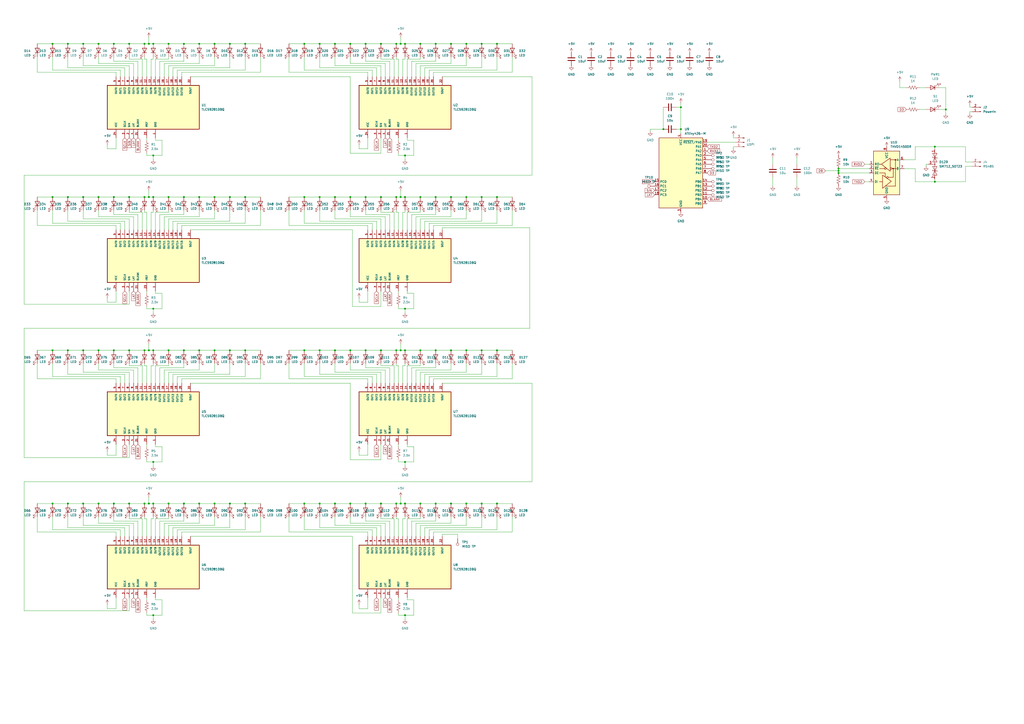
<source format=kicad_sch>
(kicad_sch (version 20250114) (generator "eeschema") (generator_version "9.0")
  (paper "A2")
  (junction (at 106.68 203.2))
  (junction (at 279.4 25.4))
  (junction (at 270.51 292.1))
  (junction (at 203.2 114.3))
  (junction (at 220.98 292.1))
  (junction (at 176.53 203.2))
  (junction (at 83.82 292.1))
  (junction (at 133.35 292.1))
  (junction (at 83.82 114.3))
  (junction (at 88.9 114.3))
  (junction (at 270.51 25.4))
  (junction (at 74.93 25.4))
  (junction (at 39.37 114.3))
  (junction (at 234.95 114.3))
  (junction (at 66.04 203.2))
  (junction (at 83.82 203.2))
  (junction (at 203.2 292.1))
  (junction (at 176.53 25.4))
  (junction (at 86.36 203.2))
  (junction (at 124.46 203.2))
  (junction (at 74.93 203.2))
  (junction (at 486.41 97.79))
  (junction (at 243.84 292.1))
  (junction (at 48.26 292.1))
  (junction (at 30.48 203.2))
  (junction (at 288.29 203.2))
  (junction (at 57.15 203.2))
  (junction (at 384.81 74.93))
  (junction (at 115.57 114.3))
  (junction (at 57.15 25.4))
  (junction (at 39.37 203.2))
  (junction (at 252.73 203.2))
  (junction (at 30.48 25.4))
  (junction (at 288.29 292.1))
  (junction (at 142.24 292.1))
  (junction (at 124.46 114.3))
  (junction (at 234.95 267.97))
  (junction (at 48.26 114.3))
  (junction (at 83.82 25.4))
  (junction (at 185.42 203.2))
  (junction (at 394.97 74.93))
  (junction (at 57.15 292.1))
  (junction (at 86.36 114.3))
  (junction (at 234.95 203.2))
  (junction (at 234.95 90.17))
  (junction (at 234.95 356.87))
  (junction (at 194.31 292.1))
  (junction (at 279.4 292.1))
  (junction (at 270.51 203.2))
  (junction (at 88.9 203.2))
  (junction (at 30.48 292.1))
  (junction (at 74.93 114.3))
  (junction (at 185.42 292.1))
  (junction (at 229.87 114.3))
  (junction (at 88.9 267.97))
  (junction (at 261.62 25.4))
  (junction (at 97.79 203.2))
  (junction (at 261.62 114.3))
  (junction (at 142.24 114.3))
  (junction (at 142.24 25.4))
  (junction (at 194.31 114.3))
  (junction (at 48.26 25.4))
  (junction (at 232.41 114.3))
  (junction (at 212.09 292.1))
  (junction (at 185.42 114.3))
  (junction (at 30.48 114.3))
  (junction (at 203.2 25.4))
  (junction (at 548.64 63.5))
  (junction (at 232.41 203.2))
  (junction (at 394.97 62.23))
  (junction (at 124.46 25.4))
  (junction (at 203.2 203.2))
  (junction (at 185.42 25.4))
  (junction (at 229.87 203.2))
  (junction (at 288.29 25.4))
  (junction (at 106.68 114.3))
  (junction (at 212.09 203.2))
  (junction (at 212.09 114.3))
  (junction (at 88.9 25.4))
  (junction (at 279.4 114.3))
  (junction (at 133.35 203.2))
  (junction (at 486.41 99.06))
  (junction (at 106.68 25.4))
  (junction (at 279.4 203.2))
  (junction (at 176.53 114.3))
  (junction (at 97.79 292.1))
  (junction (at 234.95 292.1))
  (junction (at 133.35 114.3))
  (junction (at 106.68 292.1))
  (junction (at 220.98 114.3))
  (junction (at 115.57 25.4))
  (junction (at 48.26 203.2))
  (junction (at 86.36 292.1))
  (junction (at 88.9 179.07))
  (junction (at 243.84 114.3))
  (junction (at 229.87 292.1))
  (junction (at 115.57 292.1))
  (junction (at 229.87 25.4))
  (junction (at 97.79 114.3))
  (junction (at 270.51 114.3))
  (junction (at 133.35 25.4))
  (junction (at 88.9 90.17))
  (junction (at 66.04 25.4))
  (junction (at 115.57 203.2))
  (junction (at 243.84 25.4))
  (junction (at 88.9 292.1))
  (junction (at 212.09 25.4))
  (junction (at 220.98 203.2))
  (junction (at 194.31 203.2))
  (junction (at 39.37 25.4))
  (junction (at 252.73 114.3))
  (junction (at 232.41 25.4))
  (junction (at 39.37 292.1))
  (junction (at 234.95 179.07))
  (junction (at 288.29 114.3))
  (junction (at 97.79 25.4))
  (junction (at 542.29 105.41))
  (junction (at 66.04 114.3))
  (junction (at 194.31 25.4))
  (junction (at 243.84 203.2))
  (junction (at 252.73 25.4))
  (junction (at 66.04 292.1))
  (junction (at 74.93 292.1))
  (junction (at 142.24 203.2))
  (junction (at 232.41 292.1))
  (junction (at 88.9 356.87))
  (junction (at 176.53 292.1))
  (junction (at 542.29 85.09))
  (junction (at 234.95 25.4))
  (junction (at 252.73 292.1))
  (junction (at 486.41 100.33))
  (junction (at 220.98 25.4))
  (junction (at 86.36 25.4))
  (junction (at 261.62 292.1))
  (junction (at 261.62 203.2))
  (junction (at 124.46 292.1))
  (junction (at 57.15 114.3))
  (wire (pts (xy 203.2 292.1) (xy 212.09 292.1)))
  (wire (pts (xy 228.6 34.29) (xy 228.6 44.45)))
  (wire (pts (xy 212.09 114.3) (xy 220.98 114.3)))
  (wire (pts (xy 279.4 210.82) (xy 279.4 217.17)))
  (wire (pts (xy 90.17 257.81) (xy 90.17 259.08)))
  (wire (pts (xy 74.93 34.29) (xy 82.55 34.29)))
  (wire (pts (xy 85.09 168.91) (xy 85.09 170.18)))
  (wire (pts (xy 80.01 302.26) (xy 80.01 311.15)))
  (wire (pts (xy 220.98 34.29) (xy 228.6 34.29)))
  (wire (pts (xy 233.68 123.19) (xy 234.95 123.19)))
  (wire (pts (xy 30.48 40.64) (xy 69.85 40.64)))
  (wire (pts (xy 67.31 346.71) (xy 67.31 353.06)))
  (wire (pts (xy 236.22 346.71) (xy 236.22 347.98)))
  (wire (pts (xy 231.14 168.91) (xy 231.14 170.18)))
  (wire (pts (xy 308.61 222.25) (xy 308.61 279.4)))
  (wire (pts (xy 151.13 299.72) (xy 151.13 308.61)))
  (wire (pts (xy 270.51 114.3) (xy 279.4 114.3)))
  (wire (pts (xy 151.13 121.92) (xy 151.13 130.81)))
  (wire (pts (xy 133.35 39.37) (xy 100.33 39.37)))
  (wire (pts (xy 106.68 25.4) (xy 115.57 25.4)))
  (wire (pts (xy 220.98 300.99) (xy 228.6 300.99)))
  (wire (pts (xy 57.15 114.3) (xy 66.04 114.3)))
  (wire (pts (xy 48.26 203.2) (xy 57.15 203.2)))
  (wire (pts (xy 102.87 307.34) (xy 102.87 311.15)))
  (wire (pts (xy 392.43 62.23) (xy 394.97 62.23)))
  (wire (pts (xy 85.09 179.07) (xy 85.09 177.8)))
  (wire (pts (xy 270.51 121.92) (xy 270.51 127)))
  (wire (pts (xy 213.36 257.81) (xy 213.36 264.16)))
  (wire (pts (xy 563.88 62.23) (xy 562.61 62.23)))
  (wire (pts (xy 115.57 214.63) (xy 95.25 214.63)))
  (wire (pts (xy 220.98 299.72) (xy 220.98 300.99)))
  (wire (pts (xy 220.98 292.1) (xy 229.87 292.1)))
  (wire (pts (xy 270.51 203.2) (xy 279.4 203.2)))
  (wire (pts (xy 521.97 46.99) (xy 521.97 50.8)))
  (wire (pts (xy 185.42 292.1) (xy 194.31 292.1)))
  (wire (pts (xy 77.47 303.53) (xy 77.47 311.15)))
  (wire (pts (xy 248.92 218.44) (xy 248.92 222.25)))
  (wire (pts (xy 238.76 35.56) (xy 238.76 44.45)))
  (wire (pts (xy 394.97 77.47) (xy 394.97 74.93)))
  (wire (pts (xy 67.31 257.81) (xy 67.31 264.16)))
  (wire (pts (xy 97.79 38.1) (xy 97.79 44.45)))
  (wire (pts (xy 220.98 304.8) (xy 220.98 311.15)))
  (wire (pts (xy 236.22 311.15) (xy 236.22 300.99)))
  (wire (pts (xy 203.2 266.7) (xy 220.98 266.7)))
  (wire (pts (xy 208.28 353.06) (xy 213.36 353.06)))
  (wire (pts (xy 544.83 50.8) (xy 548.64 50.8)))
  (wire (pts (xy 270.51 127) (xy 243.84 127)))
  (wire (pts (xy 288.29 114.3) (xy 297.18 114.3)))
  (wire (pts (xy 142.24 299.72) (xy 142.24 307.34)))
  (wire (pts (xy 66.04 121.92) (xy 66.04 124.46)))
  (wire (pts (xy 231.14 212.09) (xy 231.14 222.25)))
  (wire (pts (xy 97.79 127) (xy 97.79 133.35)))
  (wire (pts (xy 93.98 347.98) (xy 93.98 356.87)))
  (wire (pts (xy 425.45 80.01) (xy 425.45 78.74)))
  (wire (pts (xy 261.62 121.92) (xy 261.62 125.73)))
  (wire (pts (xy 83.82 34.29) (xy 85.09 34.29)))
  (wire (pts (xy 241.3 36.83) (xy 241.3 44.45)))
  (wire (pts (xy 204.47 133.35) (xy 204.47 177.8)))
  (wire (pts (xy 248.92 307.34) (xy 248.92 311.15)))
  (wire (pts (xy 240.03 347.98) (xy 240.03 356.87)))
  (wire (pts (xy 57.15 292.1) (xy 66.04 292.1)))
  (wire (pts (xy 236.22 222.25) (xy 236.22 212.09)))
  (wire (pts (xy 185.42 25.4) (xy 194.31 25.4)))
  (wire (pts (xy 462.28 102.87) (xy 462.28 107.95)))
  (wire (pts (xy 223.52 36.83) (xy 223.52 44.45)))
  (wire (pts (xy 21.59 25.4) (xy 30.48 25.4)))
  (wire (pts (xy 288.29 121.92) (xy 288.29 129.54)))
  (wire (pts (xy 66.04 292.1) (xy 74.93 292.1)))
  (wire (pts (xy 67.31 41.91) (xy 67.31 44.45)))
  (wire (pts (xy 106.68 114.3) (xy 115.57 114.3)))
  (wire (pts (xy 39.37 39.37) (xy 72.39 39.37)))
  (wire (pts (xy 261.62 214.63) (xy 241.3 214.63)))
  (wire (pts (xy 236.22 347.98) (xy 240.03 347.98)))
  (wire (pts (xy 231.14 257.81) (xy 231.14 259.08)))
  (wire (pts (xy 232.41 25.4) (xy 234.95 25.4)))
  (wire (pts (xy 232.41 292.1) (xy 234.95 292.1)))
  (wire (pts (xy 231.14 346.71) (xy 231.14 347.98)))
  (wire (pts (xy 501.65 105.41) (xy 504.19 105.41)))
  (wire (pts (xy 86.36 114.3) (xy 88.9 114.3)))
  (wire (pts (xy 229.87 212.09) (xy 231.14 212.09)))
  (wire (pts (xy 270.51 304.8) (xy 243.84 304.8)))
  (wire (pts (xy 218.44 306.07) (xy 218.44 311.15)))
  (wire (pts (xy 85.09 90.17) (xy 85.09 88.9)))
  (wire (pts (xy 142.24 210.82) (xy 142.24 218.44)))
  (wire (pts (xy 21.59 292.1) (xy 30.48 292.1)))
  (wire (pts (xy 240.03 170.18) (xy 240.03 179.07)))
  (wire (pts (xy 93.98 267.97) (xy 88.9 267.97)))
  (wire (pts (xy 97.79 210.82) (xy 97.79 212.09)))
  (wire (pts (xy 394.97 74.93) (xy 392.43 74.93)))
  (wire (pts (xy 241.3 125.73) (xy 241.3 133.35)))
  (wire (pts (xy 394.97 62.23) (xy 394.97 74.93)))
  (wire (pts (xy 74.93 300.99) (xy 82.55 300.99)))
  (wire (pts (xy 486.41 100.33) (xy 504.19 100.33)))
  (wire (pts (xy 537.21 95.25) (xy 537.21 96.52)))
  (wire (pts (xy 233.68 300.99) (xy 234.95 300.99)))
  (wire (pts (xy 90.17 123.19) (xy 97.79 123.19)))
  (wire (pts (xy 97.79 292.1) (xy 106.68 292.1)))
  (wire (pts (xy 167.64 219.71) (xy 213.36 219.71)))
  (wire (pts (xy 133.35 203.2) (xy 142.24 203.2)))
  (wire (pts (xy 83.82 123.19) (xy 83.82 121.92)))
  (wire (pts (xy 212.09 292.1) (xy 220.98 292.1)))
  (wire (pts (xy 88.9 179.07) (xy 85.09 179.07)))
  (wire (pts (xy 234.95 210.82) (xy 234.95 212.09)))
  (wire (pts (xy 106.68 302.26) (xy 92.71 302.26)))
  (wire (pts (xy 74.93 33.02) (xy 74.93 34.29)))
  (wire (pts (xy 124.46 121.92) (xy 124.46 127)))
  (wire (pts (xy 97.79 25.4) (xy 106.68 25.4)))
  (wire (pts (xy 115.57 25.4) (xy 124.46 25.4)))
  (wire (pts (xy 13.97 354.33) (xy 74.93 354.33)))
  (wire (pts (xy 85.09 346.71) (xy 85.09 347.98)))
  (wire (pts (xy 223.52 125.73) (xy 223.52 133.35)))
  (wire (pts (xy 87.63 44.45) (xy 87.63 34.29)))
  (wire (pts (xy 176.53 33.02) (xy 176.53 40.64)))
  (wire (pts (xy 279.4 217.17) (xy 246.38 217.17)))
  (wire (pts (xy 77.47 125.73) (xy 77.47 133.35)))
  (wire (pts (xy 307.34 132.08) (xy 307.34 190.5)))
  (wire (pts (xy 93.98 90.17) (xy 88.9 90.17)))
  (wire (pts (xy 106.68 35.56) (xy 92.71 35.56)))
  (wire (pts (xy 115.57 292.1) (xy 124.46 292.1)))
  (wire (pts (xy 236.22 168.91) (xy 236.22 170.18)))
  (wire (pts (xy 232.41 110.49) (xy 232.41 114.3)))
  (wire (pts (xy 62.23 264.16) (xy 67.31 264.16)))
  (wire (pts (xy 213.36 130.81) (xy 213.36 133.35)))
  (wire (pts (xy 133.35 299.72) (xy 133.35 306.07)))
  (wire (pts (xy 74.93 354.33) (xy 74.93 346.71)))
  (wire (pts (xy 92.71 124.46) (xy 92.71 133.35)))
  (wire (pts (xy 252.73 124.46) (xy 238.76 124.46)))
  (wire (pts (xy 142.24 129.54) (xy 102.87 129.54)))
  (wire (pts (xy 62.23 86.36) (xy 67.31 86.36)))
  (wire (pts (xy 142.24 292.1) (xy 151.13 292.1)))
  (wire (pts (xy 48.26 299.72) (xy 48.26 304.8)))
  (wire (pts (xy 124.46 304.8) (xy 97.79 304.8)))
  (wire (pts (xy 88.9 25.4) (xy 97.79 25.4)))
  (wire (pts (xy 97.79 215.9) (xy 97.79 222.25)))
  (wire (pts (xy 142.24 121.92) (xy 142.24 129.54)))
  (wire (pts (xy 240.03 259.08) (xy 240.03 267.97)))
  (wire (pts (xy 69.85 307.34) (xy 69.85 311.15)))
  (wire (pts (xy 448.31 91.44) (xy 448.31 95.25)))
  (wire (pts (xy 246.38 128.27) (xy 246.38 133.35)))
  (wire (pts (xy 88.9 90.17) (xy 85.09 90.17)))
  (wire (pts (xy 220.98 215.9) (xy 220.98 222.25)))
  (wire (pts (xy 88.9 210.82) (xy 88.9 212.09)))
  (wire (pts (xy 521.97 50.8) (xy 525.78 50.8)))
  (wire (pts (xy 297.18 210.82) (xy 297.18 219.71)))
  (wire (pts (xy 142.24 114.3) (xy 151.13 114.3)))
  (wire (pts (xy 243.84 114.3) (xy 252.73 114.3)))
  (wire (pts (xy 208.28 83.82) (xy 208.28 86.36)))
  (wire (pts (xy 85.09 257.81) (xy 85.09 259.08)))
  (wire (pts (xy 270.51 38.1) (xy 243.84 38.1)))
  (wire (pts (xy 194.31 210.82) (xy 194.31 215.9)))
  (wire (pts (xy 57.15 36.83) (xy 77.47 36.83)))
  (wire (pts (xy 252.73 302.26) (xy 238.76 302.26)))
  (wire (pts (xy 238.76 213.36) (xy 238.76 222.25)))
  (wire (pts (xy 215.9 307.34) (xy 215.9 311.15)))
  (wire (pts (xy 288.29 129.54) (xy 248.92 129.54)))
  (wire (pts (xy 231.14 90.17) (xy 231.14 88.9)))
  (wire (pts (xy 297.18 130.81) (xy 251.46 130.81)))
  (wire (pts (xy 203.2 203.2) (xy 212.09 203.2)))
  (wire (pts (xy 66.04 299.72) (xy 66.04 302.26)))
  (wire (pts (xy 72.39 39.37) (xy 72.39 44.45)))
  (wire (pts (xy 85.09 267.97) (xy 85.09 266.7)))
  (wire (pts (xy 478.79 99.06) (xy 486.41 99.06)))
  (wire (pts (xy 213.36 80.01) (xy 213.36 86.36)))
  (wire (pts (xy 548.64 63.5) (xy 548.64 66.04)))
  (wire (pts (xy 233.68 34.29) (xy 234.95 34.29)))
  (wire (pts (xy 100.33 217.17) (xy 100.33 222.25)))
  (wire (pts (xy 297.18 33.02) (xy 297.18 41.91)))
  (wire (pts (xy 86.36 21.59) (xy 86.36 25.4)))
  (wire (pts (xy 167.64 210.82) (xy 167.64 219.71)))
  (wire (pts (xy 86.36 110.49) (xy 86.36 114.3)))
  (wire (pts (xy 133.35 128.27) (xy 100.33 128.27)))
  (wire (pts (xy 229.87 114.3) (xy 232.41 114.3)))
  (wire (pts (xy 234.95 90.17) (xy 234.95 92.71)))
  (wire (pts (xy 74.93 265.43) (xy 74.93 257.81)))
  (wire (pts (xy 261.62 203.2) (xy 270.51 203.2)))
  (wire (pts (xy 67.31 80.01) (xy 67.31 86.36)))
  (wire (pts (xy 203.2 33.02) (xy 203.2 36.83)))
  (wire (pts (xy 30.48 307.34) (xy 69.85 307.34)))
  (wire (pts (xy 251.46 130.81) (xy 251.46 133.35)))
  (wire (pts (xy 486.41 97.79) (xy 486.41 99.06)))
  (wire (pts (xy 86.36 25.4) (xy 88.9 25.4)))
  (wire (pts (xy 83.82 212.09) (xy 85.09 212.09)))
  (wire (pts (xy 30.48 129.54) (xy 69.85 129.54)))
  (wire (pts (xy 377.19 76.2) (xy 377.19 74.93)))
  (wire (pts (xy 88.9 356.87) (xy 88.9 359.41)))
  (wire (pts (xy 288.29 40.64) (xy 248.92 40.64)))
  (wire (pts (xy 95.25 214.63) (xy 95.25 222.25)))
  (wire (pts (xy 530.86 105.41) (xy 542.29 105.41)))
  (wire (pts (xy 297.18 299.72) (xy 297.18 308.61)))
  (wire (pts (xy 48.26 25.4) (xy 57.15 25.4)))
  (wire (pts (xy 97.79 299.72) (xy 97.79 300.99)))
  (wire (pts (xy 279.4 114.3) (xy 288.29 114.3)))
  (wire (pts (xy 93.98 259.08) (xy 93.98 267.97)))
  (wire (pts (xy 88.9 299.72) (xy 88.9 300.99)))
  (wire (pts (xy 176.53 218.44) (xy 215.9 218.44)))
  (wire (pts (xy 83.82 212.09) (xy 83.82 210.82)))
  (wire (pts (xy 220.98 210.82) (xy 220.98 212.09)))
  (wire (pts (xy 110.49 44.45) (xy 203.2 44.45)))
  (wire (pts (xy 220.98 355.6) (xy 220.98 346.71)))
  (wire (pts (xy 48.26 127) (xy 74.93 127)))
  (wire (pts (xy 176.53 25.4) (xy 185.42 25.4)))
  (wire (pts (xy 220.98 33.02) (xy 220.98 34.29)))
  (wire (pts (xy 30.48 203.2) (xy 39.37 203.2)))
  (wire (pts (xy 74.93 299.72) (xy 74.93 300.99)))
  (wire (pts (xy 203.2 125.73) (xy 223.52 125.73)))
  (wire (pts (xy 97.79 203.2) (xy 106.68 203.2)))
  (wire (pts (xy 231.14 123.19) (xy 231.14 133.35)))
  (wire (pts (xy 82.55 123.19) (xy 82.55 133.35)))
  (wire (pts (xy 142.24 203.2) (xy 151.13 203.2)))
  (wire (pts (xy 486.41 99.06) (xy 486.41 100.33)))
  (wire (pts (xy 212.09 35.56) (xy 226.06 35.56)))
  (wire (pts (xy 542.29 85.09) (xy 560.07 85.09)))
  (wire (pts (xy 87.63 311.15) (xy 87.63 300.99)))
  (wire (pts (xy 234.95 292.1) (xy 243.84 292.1)))
  (wire (pts (xy 30.48 218.44) (xy 69.85 218.44)))
  (wire (pts (xy 204.47 355.6) (xy 220.98 355.6)))
  (wire (pts (xy 524.51 97.79) (xy 530.86 97.79)))
  (wire (pts (xy 66.04 203.2) (xy 74.93 203.2)))
  (wire (pts (xy 90.17 212.09) (xy 97.79 212.09)))
  (wire (pts (xy 231.14 300.99) (xy 231.14 311.15)))
  (wire (pts (xy 504.19 97.79) (xy 486.41 97.79)))
  (wire (pts (xy 288.29 299.72) (xy 288.29 307.34)))
  (wire (pts (xy 48.26 292.1) (xy 57.15 292.1)))
  (wire (pts (xy 30.48 292.1) (xy 39.37 292.1)))
  (wire (pts (xy 142.24 307.34) (xy 102.87 307.34)))
  (wire (pts (xy 48.26 215.9) (xy 74.93 215.9)))
  (wire (pts (xy 87.63 222.25) (xy 87.63 212.09)))
  (wire (pts (xy 279.4 299.72) (xy 279.4 306.07)))
  (wire (pts (xy 232.41 114.3) (xy 234.95 114.3)))
  (wire (pts (xy 240.03 81.28) (xy 240.03 90.17)))
  (wire (pts (xy 39.37 128.27) (xy 72.39 128.27)))
  (wire (pts (xy 256.54 309.88) (xy 265.43 309.88)))
  (wire (pts (xy 229.87 300.99) (xy 229.87 299.72)))
  (wire (pts (xy 240.03 90.17) (xy 234.95 90.17)))
  (wire (pts (xy 256.54 133.35) (xy 256.54 132.08)))
  (wire (pts (xy 270.51 25.4) (xy 279.4 25.4)))
  (wire (pts (xy 208.28 261.62) (xy 208.28 264.16)))
  (wire (pts (xy 203.2 114.3) (xy 212.09 114.3)))
  (wire (pts (xy 236.22 300.99) (xy 243.84 300.99)))
  (wire (pts (xy 66.04 35.56) (xy 80.01 35.56)))
  (wire (pts (xy 542.29 105.41) (xy 560.07 105.41)))
  (wire (pts (xy 176.53 114.3) (xy 185.42 114.3)))
  (wire (pts (xy 212.09 299.72) (xy 212.09 302.26)))
  (wire (pts (xy 212.09 25.4) (xy 220.98 25.4)))
  (wire (pts (xy 542.29 104.14) (xy 542.29 105.41)))
  (wire (pts (xy 133.35 114.3) (xy 142.24 114.3)))
  (wire (pts (xy 13.97 190.5) (xy 13.97 265.43)))
  (wire (pts (xy 220.98 25.4) (xy 229.87 25.4)))
  (wire (pts (xy 74.93 292.1) (xy 83.82 292.1)))
  (wire (pts (xy 213.36 168.91) (xy 213.36 175.26)))
  (wire (pts (xy 151.13 308.61) (xy 105.41 308.61)))
  (wire (pts (xy 39.37 114.3) (xy 48.26 114.3)))
  (wire (pts (xy 21.59 308.61) (xy 67.31 308.61)))
  (wire (pts (xy 246.38 306.07) (xy 246.38 311.15)))
  (wire (pts (xy 85.09 300.99) (xy 85.09 311.15)))
  (wire (pts (xy 82.55 212.09) (xy 82.55 222.25)))
  (wire (pts (xy 530.86 85.09) (xy 542.29 85.09)))
  (wire (pts (xy 288.29 307.34) (xy 248.92 307.34)))
  (wire (pts (xy 243.84 215.9) (xy 243.84 222.25)))
  (wire (pts (xy 21.59 299.72) (xy 21.59 308.61)))
  (wire (pts (xy 124.46 203.2) (xy 133.35 203.2)))
  (wire (pts (xy 39.37 217.17) (xy 72.39 217.17)))
  (wire (pts (xy 62.23 350.52) (xy 62.23 353.06)))
  (wire (pts (xy 236.22 212.09) (xy 243.84 212.09)))
  (wire (pts (xy 115.57 33.02) (xy 115.57 36.83)))
  (wire (pts (xy 151.13 41.91) (xy 105.41 41.91)))
  (wire (pts (xy 21.59 33.02) (xy 21.59 41.91)))
  (wire (pts (xy 83.82 25.4) (xy 86.36 25.4)))
  (wire (pts (xy 425.45 85.09) (xy 425.45 86.36)))
  (wire (pts (xy 203.2 88.9) (xy 220.98 88.9)))
  (wire (pts (xy 83.82 114.3) (xy 86.36 114.3)))
  (wire (pts (xy 212.09 33.02) (xy 212.09 35.56)))
  (wire (pts (xy 234.95 33.02) (xy 234.95 34.29)))
  (wire (pts (xy 106.68 292.1) (xy 115.57 292.1)))
  (wire (pts (xy 384.81 62.23) (xy 384.81 74.93)))
  (wire (pts (xy 88.9 356.87) (xy 85.09 356.87)))
  (wire (pts (xy 110.49 311.15) (xy 204.47 311.15)))
  (wire (pts (xy 462.28 91.44) (xy 462.28 95.25)))
  (wire (pts (xy 124.46 292.1) (xy 133.35 292.1)))
  (wire (pts (xy 270.51 299.72) (xy 270.51 304.8)))
  (wire (pts (xy 90.17 168.91) (xy 90.17 170.18)))
  (wire (pts (xy 142.24 33.02) (xy 142.24 40.64)))
  (wire (pts (xy 231.14 179.07) (xy 231.14 177.8)))
  (wire (pts (xy 87.63 300.99) (xy 88.9 300.99)))
  (wire (pts (xy 538.48 95.25) (xy 537.21 95.25)))
  (wire (pts (xy 226.06 124.46) (xy 226.06 133.35)))
  (wire (pts (xy 308.61 101.6) (xy 13.97 101.6)))
  (wire (pts (xy 279.4 128.27) (xy 246.38 128.27)))
  (wire (pts (xy 297.18 121.92) (xy 297.18 130.81)))
  (wire (pts (xy 74.93 25.4) (xy 83.82 25.4)))
  (wire (pts (xy 185.42 217.17) (xy 218.44 217.17)))
  (wire (pts (xy 151.13 210.82) (xy 151.13 219.71)))
  (wire (pts (xy 220.98 203.2) (xy 229.87 203.2)))
  (wire (pts (xy 57.15 25.4) (xy 66.04 25.4)))
  (wire (pts (xy 203.2 44.45) (xy 203.2 88.9)))
  (wire (pts (xy 265.43 309.88) (xy 265.43 312.42)))
  (wire (pts (xy 82.55 300.99) (xy 82.55 311.15)))
  (wire (pts (xy 231.14 80.01) (xy 231.14 81.28)))
  (wire (pts (xy 194.31 25.4) (xy 203.2 25.4)))
  (wire (pts (xy 261.62 303.53) (xy 241.3 303.53)))
  (wire (pts (xy 167.64 299.72) (xy 167.64 308.61)))
  (wire (pts (xy 90.17 44.45) (xy 90.17 34.29)))
  (wire (pts (xy 194.31 127) (xy 220.98 127)))
  (wire (pts (xy 133.35 217.17) (xy 100.33 217.17)))
  (wire (pts (xy 243.84 299.72) (xy 243.84 300.99)))
  (wire (pts (xy 243.84 203.2) (xy 252.73 203.2)))
  (wire (pts (xy 218.44 217.17) (xy 218.44 222.25)))
  (wire (pts (xy 229.87 34.29) (xy 231.14 34.29)))
  (wire (pts (xy 21.59 130.81) (xy 67.31 130.81)))
  (wire (pts (xy 102.87 218.44) (xy 102.87 222.25)))
  (wire (pts (xy 241.3 214.63) (xy 241.3 222.25)))
  (wire (pts (xy 88.9 114.3) (xy 97.79 114.3)))
  (wire (pts (xy 194.31 292.1) (xy 203.2 292.1)))
  (wire (pts (xy 234.95 179.07) (xy 231.14 179.07)))
  (wire (pts (xy 124.46 38.1) (xy 97.79 38.1)))
  (wire (pts (xy 100.33 306.07) (xy 100.33 311.15)))
  (wire (pts (xy 288.29 218.44) (xy 248.92 218.44)))
  (wire (pts (xy 194.31 114.3) (xy 203.2 114.3)))
  (wire (pts (xy 30.48 25.4) (xy 39.37 25.4)))
  (wire (pts (xy 105.41 41.91) (xy 105.41 44.45)))
  (wire (pts (xy 39.37 33.02) (xy 39.37 39.37)))
  (wire (pts (xy 90.17 259.08) (xy 93.98 259.08)))
  (wire (pts (xy 215.9 129.54) (xy 215.9 133.35)))
  (wire (pts (xy 21.59 121.92) (xy 21.59 130.81)))
  (wire (pts (xy 251.46 219.71) (xy 251.46 222.25)))
  (wire (pts (xy 252.73 210.82) (xy 252.73 213.36)))
  (wire (pts (xy 151.13 219.71) (xy 105.41 219.71)))
  (wire (pts (xy 208.28 172.72) (xy 208.28 175.26)))
  (wire (pts (xy 106.68 33.02) (xy 106.68 35.56)))
  (wire (pts (xy 288.29 210.82) (xy 288.29 218.44)))
  (wire (pts (xy 246.38 217.17) (xy 246.38 222.25)))
  (wire (pts (xy 261.62 36.83) (xy 241.3 36.83)))
  (wire (pts (xy 533.4 63.5) (xy 537.21 63.5)))
  (wire (pts (xy 203.2 25.4) (xy 212.09 25.4)))
  (wire (pts (xy 261.62 299.72) (xy 261.62 303.53)))
  (wire (pts (xy 229.87 123.19) (xy 231.14 123.19)))
  (wire (pts (xy 69.85 218.44) (xy 69.85 222.25)))
  (wire (pts (xy 426.72 80.01) (xy 425.45 80.01)))
  (wire (pts (xy 176.53 121.92) (xy 176.53 129.54)))
  (wire (pts (xy 93.98 179.07) (xy 88.9 179.07)))
  (wire (pts (xy 203.2 214.63) (xy 223.52 214.63)))
  (wire (pts (xy 95.25 303.53) (xy 95.25 311.15)))
  (wire (pts (xy 243.84 121.92) (xy 243.84 123.19)))
  (wire (pts (xy 308.61 279.4) (xy 13.97 279.4)))
  (wire (pts (xy 115.57 203.2) (xy 124.46 203.2)))
  (wire (pts (xy 30.48 299.72) (xy 30.48 307.34)))
  (wire (pts (xy 176.53 307.34) (xy 215.9 307.34)))
  (wire (pts (xy 220.98 177.8) (xy 220.98 168.91)))
  (wire (pts (xy 410.21 82.55) (xy 426.72 82.55)))
  (wire (pts (xy 251.46 41.91) (xy 251.46 44.45)))
  (wire (pts (xy 86.36 288.29) (xy 86.36 292.1)))
  (wire (pts (xy 220.98 123.19) (xy 228.6 123.19)))
  (wire (pts (xy 234.95 356.87) (xy 231.14 356.87)))
  (wire (pts (xy 93.98 170.18) (xy 93.98 179.07)))
  (wire (pts (xy 185.42 128.27) (xy 218.44 128.27)))
  (wire (pts (xy 213.36 346.71) (xy 213.36 353.06)))
  (wire (pts (xy 261.62 25.4) (xy 270.51 25.4)))
  (wire (pts (xy 204.47 177.8) (xy 220.98 177.8)))
  (wire (pts (xy 236.22 257.81) (xy 236.22 259.08)))
  (wire (pts (xy 218.44 39.37) (xy 218.44 44.45)))
  (wire (pts (xy 203.2 222.25) (xy 203.2 266.7)))
  (wire (pts (xy 252.73 121.92) (xy 252.73 124.46)))
  (wire (pts (xy 83.82 123.19) (xy 85.09 123.19)))
  (wire (pts (xy 232.41 203.2) (xy 234.95 203.2)))
  (wire (pts (xy 203.2 36.83) (xy 223.52 36.83)))
  (wire (pts (xy 234.95 267.97) (xy 231.14 267.97)))
  (wire (pts (xy 248.92 40.64) (xy 248.92 44.45)))
  (wire (pts (xy 194.31 304.8) (xy 220.98 304.8)))
  (wire (pts (xy 229.87 212.09) (xy 229.87 210.82)))
  (wire (pts (xy 85.09 212.09) (xy 85.09 222.25)))
  (wire (pts (xy 208.28 350.52) (xy 208.28 353.06)))
  (wire (pts (xy 229.87 292.1) (xy 232.41 292.1)))
  (wire (pts (xy 270.51 292.1) (xy 279.4 292.1)))
  (wire (pts (xy 21.59 219.71) (xy 67.31 219.71)))
  (wire (pts (xy 74.93 123.19) (xy 82.55 123.19)))
  (wire (pts (xy 252.73 25.4) (xy 261.62 25.4)))
  (wire (pts (xy 270.51 33.02) (xy 270.51 38.1)))
  (wire (pts (xy 85.09 356.87) (xy 85.09 355.6)))
  (wire (pts (xy 90.17 170.18) (xy 93.98 170.18)))
  (wire (pts (xy 248.92 129.54) (xy 248.92 133.35)))
  (wire (pts (xy 548.64 50.8) (xy 548.64 63.5)))
  (wire (pts (xy 233.68 212.09) (xy 234.95 212.09)))
  (wire (pts (xy 524.51 92.71) (xy 530.86 92.71)))
  (wire (pts (xy 530.86 92.71) (xy 530.86 85.09)))
  (wire (pts (xy 90.17 346.71) (xy 90.17 347.98)))
  (wire (pts (xy 243.84 25.4) (xy 252.73 25.4)))
  (wire (pts (xy 220.98 114.3) (xy 229.87 114.3)))
  (wire (pts (xy 88.9 267.97) (xy 88.9 270.51)))
  (wire (pts (xy 115.57 299.72) (xy 115.57 303.53)))
  (wire (pts (xy 115.57 125.73) (xy 95.25 125.73)))
  (wire (pts (xy 87.63 34.29) (xy 88.9 34.29)))
  (wire (pts (xy 243.84 210.82) (xy 243.84 212.09)))
  (wire (pts (xy 30.48 114.3) (xy 39.37 114.3)))
  (wire (pts (xy 74.93 38.1) (xy 74.93 44.45)))
  (wire (pts (xy 48.26 210.82) (xy 48.26 215.9)))
  (wire (pts (xy 93.98 356.87) (xy 88.9 356.87)))
  (wire (pts (xy 66.04 302.26) (xy 80.01 302.26)))
  (wire (pts (xy 176.53 299.72) (xy 176.53 307.34)))
  (wire (pts (xy 215.9 40.64) (xy 215.9 44.45)))
  (wire (pts (xy 83.82 292.1) (xy 86.36 292.1)))
  (wire (pts (xy 133.35 306.07) (xy 100.33 306.07)))
  (wire (pts (xy 256.54 222.25) (xy 308.61 222.25)))
  (wire (pts (xy 106.68 121.92) (xy 106.68 124.46)))
  (wire (pts (xy 80.01 35.56) (xy 80.01 44.45)))
  (wire (pts (xy 66.04 33.02) (xy 66.04 35.56)))
  (wire (pts (xy 562.61 62.23) (xy 562.61 60.96)))
  (wire (pts (xy 234.95 267.97) (xy 234.95 270.51)))
  (wire (pts (xy 57.15 299.72) (xy 57.15 303.53)))
  (wire (pts (xy 212.09 203.2) (xy 220.98 203.2)))
  (wire (pts (xy 80.01 213.36) (xy 80.01 222.25)))
  (wire (pts (xy 236.22 34.29) (xy 243.84 34.29)))
  (wire (pts (xy 110.49 133.35) (xy 204.47 133.35)))
  (wire (pts (xy 233.68 44.45) (xy 233.68 34.29)))
  (wire (pts (xy 77.47 214.63) (xy 77.47 222.25)))
  (wire (pts (xy 74.93 210.82) (xy 74.93 212.09)))
  (wire (pts (xy 240.03 356.87) (xy 234.95 356.87)))
  (wire (pts (xy 252.73 213.36) (xy 238.76 213.36)))
  (wire (pts (xy 220.98 127) (xy 220.98 133.35)))
  (wire (pts (xy 66.04 124.46) (xy 80.01 124.46)))
  (wire (pts (xy 115.57 303.53) (xy 95.25 303.53)))
  (wire (pts (xy 252.73 292.1) (xy 261.62 292.1)))
  (wire (pts (xy 39.37 203.2) (xy 48.26 203.2)))
  (wire (pts (xy 69.85 129.54) (xy 69.85 133.35)))
  (wire (pts (xy 106.68 213.36) (xy 92.71 213.36)))
  (wire (pts (xy 288.29 25.4) (xy 297.18 25.4)))
  (wire (pts (xy 279.4 121.92) (xy 279.4 128.27)))
  (wire (pts (xy 288.29 292.1) (xy 297.18 292.1)))
  (wire (pts (xy 220.98 38.1) (xy 220.98 44.45)))
  (wire (pts (xy 270.51 215.9) (xy 243.84 215.9)))
  (wire (pts (xy 203.2 121.92) (xy 203.2 125.73)))
  (wire (pts (xy 13.97 101.6) (xy 13.97 176.53)))
  (wire (pts (xy 307.34 190.5) (xy 13.97 190.5)))
  (wire (pts (xy 167.64 25.4) (xy 176.53 25.4)))
  (wire (pts (xy 426.72 85.09) (xy 425.45 85.09)))
  (wire (pts (xy 13.97 279.4) (xy 13.97 354.33)))
  (wire (pts (xy 234.95 90.17) (xy 231.14 90.17)))
  (wire (pts (xy 236.22 81.28) (xy 240.03 81.28)))
  (wire (pts (xy 252.73 299.72) (xy 252.73 302.26)))
  (wire (pts (xy 252.73 203.2) (xy 261.62 203.2)))
  (wire (pts (xy 279.4 39.37) (xy 246.38 39.37)))
  (wire (pts (xy 213.36 219.71) (xy 213.36 222.25)))
  (wire (pts (xy 203.2 303.53) (xy 223.52 303.53)))
  (wire (pts (xy 208.28 86.36) (xy 213.36 86.36)))
  (wire (pts (xy 236.22 259.08) (xy 240.03 259.08)))
  (wire (pts (xy 74.93 203.2) (xy 83.82 203.2)))
  (wire (pts (xy 39.37 292.1) (xy 48.26 292.1)))
  (wire (pts (xy 241.3 303.53) (xy 241.3 311.15)))
  (wire (pts (xy 176.53 292.1) (xy 185.42 292.1)))
  (wire (pts (xy 97.79 33.02) (xy 97.79 34.29)))
  (wire (pts (xy 95.25 36.83) (xy 95.25 44.45)))
  (wire (pts (xy 213.36 41.91) (xy 213.36 44.45)))
  (wire (pts (xy 106.68 210.82) (xy 106.68 213.36)))
  (wire (pts (xy 133.35 121.92) (xy 133.35 128.27)))
  (wire (pts (xy 256.54 132.08) (xy 307.34 132.08)))
  (wire (pts (xy 231.14 356.87) (xy 231.14 355.6)))
  (wire (pts (xy 88.9 203.2) (xy 97.79 203.2)))
  (wire (pts (xy 243.84 304.8) (xy 243.84 311.15)))
  (wire (pts (xy 194.31 121.92) (xy 194.31 127)))
  (wire (pts (xy 124.46 33.02) (xy 124.46 38.1)))
  (wire (pts (xy 243.84 292.1) (xy 252.73 292.1)))
  (wire (pts (xy 74.93 114.3) (xy 83.82 114.3)))
  (wire (pts (xy 194.31 215.9) (xy 220.98 215.9)))
  (wire (pts (xy 212.09 210.82) (xy 212.09 213.36)))
  (wire (pts (xy 234.95 356.87) (xy 234.95 359.41)))
  (wire (pts (xy 252.73 114.3) (xy 261.62 114.3)))
  (wire (pts (xy 133.35 292.1) (xy 142.24 292.1)))
  (wire (pts (xy 105.41 219.71) (xy 105.41 222.25)))
  (wire (pts (xy 167.64 203.2) (xy 176.53 203.2)))
  (wire (pts (xy 30.48 210.82) (xy 30.48 218.44)))
  (wire (pts (xy 218.44 128.27) (xy 218.44 133.35)))
  (wire (pts (xy 279.4 292.1) (xy 288.29 292.1)))
  (wire (pts (xy 21.59 203.2) (xy 30.48 203.2)))
  (wire (pts (xy 270.51 210.82) (xy 270.51 215.9)))
  (wire (pts (xy 279.4 33.02) (xy 279.4 39.37)))
  (wire (pts (xy 48.26 304.8) (xy 74.93 304.8)))
  (wire (pts (xy 194.31 38.1) (xy 220.98 38.1)))
  (wire (pts (xy 544.83 63.5) (xy 548.64 63.5)))
  (wire (pts (xy 226.06 302.26) (xy 226.06 311.15)))
  (wire (pts (xy 83.82 34.29) (xy 83.82 33.02)))
  (wire (pts (xy 261.62 210.82) (xy 261.62 214.63)))
  (wire (pts (xy 115.57 121.92) (xy 115.57 125.73)))
  (wire (pts (xy 238.76 302.26) (xy 238.76 311.15)))
  (wire (pts (xy 100.33 39.37) (xy 100.33 44.45)))
  (wire (pts (xy 72.39 217.17) (xy 72.39 222.25)))
  (wire (pts (xy 85.09 34.29) (xy 85.09 44.45)))
  (wire (pts (xy 72.39 128.27) (xy 72.39 133.35)))
  (wire (pts (xy 97.79 121.92) (xy 97.79 123.19)))
  (wire (pts (xy 66.04 25.4) (xy 74.93 25.4)))
  (wire (pts (xy 48.26 33.02) (xy 48.26 38.1)))
  (wire (pts (xy 62.23 172.72) (xy 62.23 175.26)))
  (wire (pts (xy 212.09 124.46) (xy 226.06 124.46)))
  (wire (pts (xy 563.88 93.98) (xy 560.07 93.98)))
  (wire (pts (xy 236.22 44.45) (xy 236.22 34.29)))
  (wire (pts (xy 232.41 21.59) (xy 232.41 25.4)))
  (wire (pts (xy 110.49 222.25) (xy 203.2 222.25)))
  (wire (pts (xy 30.48 121.92) (xy 30.48 129.54)))
  (wire (pts (xy 560.07 96.52) (xy 560.07 105.41)))
  (wire (pts (xy 39.37 25.4) (xy 48.26 25.4)))
  (wire (pts (xy 228.6 212.09) (xy 228.6 222.25)))
  (wire (pts (xy 67.31 219.71) (xy 67.31 222.25)))
  (wire (pts (xy 251.46 308.61) (xy 251.46 311.15)))
  (wire (pts (xy 448.31 102.87) (xy 448.31 107.95)))
  (wire (pts (xy 533.4 50.8) (xy 537.21 50.8)))
  (wire (pts (xy 142.24 25.4) (xy 151.13 25.4)))
  (wire (pts (xy 562.61 64.77) (xy 562.61 66.04)))
  (wire (pts (xy 74.93 215.9) (xy 74.93 222.25)))
  (wire (pts (xy 85.09 123.19) (xy 85.09 133.35)))
  (wire (pts (xy 297.18 219.71) (xy 251.46 219.71)))
  (wire (pts (xy 62.23 261.62) (xy 62.23 264.16)))
  (wire (pts (xy 233.68 222.25) (xy 233.68 212.09)))
  (wire (pts (xy 57.15 121.92) (xy 57.15 125.73)))
  (wire (pts (xy 13.97 265.43) (xy 74.93 265.43)))
  (wire (pts (xy 243.84 127) (xy 243.84 133.35)))
  (wire (pts (xy 212.09 121.92) (xy 212.09 124.46)))
  (wire (pts (xy 88.9 33.02) (xy 88.9 34.29)))
  (wire (pts (xy 90.17 34.29) (xy 97.79 34.29)))
  (wire (pts (xy 57.15 210.82) (xy 57.15 214.63)))
  (wire (pts (xy 106.68 299.72) (xy 106.68 302.26)))
  (wire (pts (xy 208.28 264.16) (xy 213.36 264.16)))
  (wire (pts (xy 176.53 203.2) (xy 185.42 203.2)))
  (wire (pts (xy 151.13 130.81) (xy 105.41 130.81)))
  (wire (pts (xy 21.59 210.82) (xy 21.59 219.71)))
  (wire (pts (xy 67.31 130.81) (xy 67.31 133.35)))
  (wire (pts (xy 167.64 41.91) (xy 213.36 41.91)))
  (wire (pts (xy 92.71 35.56) (xy 92.71 44.45)))
  (wire (pts (xy 252.73 35.56) (xy 238.76 35.56)))
  (wire (pts (xy 102.87 40.64) (xy 102.87 44.45)))
  (wire (pts (xy 77.47 36.83) (xy 77.47 44.45)))
  (wire (pts (xy 223.52 303.53) (xy 223.52 311.15)))
  (wire (pts (xy 220.98 266.7) (xy 220.98 257.81)))
  (wire (pts (xy 133.35 210.82) (xy 133.35 217.17)))
  (wire (pts (xy 560.07 93.98) (xy 560.07 85.09)))
  (wire (pts (xy 102.87 129.54) (xy 102.87 133.35)))
  (wire (pts (xy 124.46 299.72) (xy 124.46 304.8)))
  (wire (pts (xy 234.95 299.72) (xy 234.95 300.99)))
  (wire (pts (xy 243.84 38.1) (xy 243.84 44.45)))
  (wire (pts (xy 234.95 121.92) (xy 234.95 123.19)))
  (wire (pts (xy 167.64 121.92) (xy 167.64 130.81)))
  (wire (pts (xy 220.98 88.9) (xy 220.98 80.01)))
  (wire (pts (xy 66.04 114.3) (xy 74.93 114.3)))
  (wire (pts (xy 88.9 90.17) (xy 88.9 92.71)))
  (wire (pts (xy 236.22 133.35) (xy 236.22 123.19)))
  (wire (pts (xy 21.59 114.3) (xy 30.48 114.3)))
  (wire (pts (xy 80.01 124.46) (xy 80.01 133.35)))
  (wire (pts (xy 67.31 308.61) (xy 67.31 311.15)))
  (wire (pts (xy 95.25 125.73) (xy 95.25 133.35)))
  (wire (pts (xy 88.9 267.97) (xy 85.09 267.97)))
  (wire (pts (xy 256.54 311.15) (xy 256.54 309.88)))
  (wire (pts (xy 57.15 125.73) (xy 77.47 125.73)))
  (wire (pts (xy 167.64 292.1) (xy 176.53 292.1)))
  (wire (pts (xy 87.63 133.35) (xy 87.63 123.19)))
  (wire (pts (xy 232.41 199.39) (xy 232.41 203.2)))
  (wire (pts (xy 90.17 80.01) (xy 90.17 81.28)))
  (wire (pts (xy 133.35 33.02) (xy 133.35 39.37)))
  (wire (pts (xy 261.62 125.73) (xy 241.3 125.73)))
  (wire (pts (xy 90.17 133.35) (xy 90.17 123.19)))
  (wire (pts (xy 279.4 306.07) (xy 246.38 306.07)))
  (wire (pts (xy 288.29 33.02) (xy 288.29 40.64)))
  (wire (pts (xy 13.97 176.53) (xy 74.93 176.53)))
  (wire (pts (xy 236.22 80.01) (xy 236.22 81.28)))
  (wire (pts (xy 279.4 203.2) (xy 288.29 203.2)))
  (wire (pts (xy 90.17 311.15) (xy 90.17 300.99)))
  (wire (pts (xy 194.31 203.2) (xy 203.2 203.2)))
  (wire (pts (xy 39.37 121.92) (xy 39.37 128.27)))
  (wire (pts (xy 48.26 38.1) (xy 74.93 38.1)))
  (wire (pts (xy 185.42 114.3) (xy 194.31 114.3)))
  (wire (pts (xy 62.23 83.82) (xy 62.23 86.36)))
  (wire (pts (xy 229.87 34.29) (xy 229.87 33.02)))
  (wire (pts (xy 83.82 300.99) (xy 83.82 299.72)))
  (wire (pts (xy 220.98 212.09) (xy 228.6 212.09)))
  (wire (pts (xy 530.86 97.79) (xy 530.86 105.41)))
  (wire (pts (xy 563.88 96.52) (xy 560.07 96.52)))
  (wire (pts (xy 212.09 213.36) (xy 226.06 213.36)))
  (wire (pts (xy 87.63 212.09) (xy 88.9 212.09)))
  (wire (pts (xy 87.63 123.19) (xy 88.9 123.19)))
  (wire (pts (xy 194.31 299.72) (xy 194.31 304.8)))
  (wire (pts (xy 229.87 25.4) (xy 232.41 25.4)))
  (wire (pts (xy 74.93 121.92) (xy 74.93 123.19)))
  (wire (pts (xy 69.85 40.64) (xy 69.85 44.45)))
  (wire (pts (xy 231.14 34.29) (xy 231.14 44.45)))
  (wire (pts (xy 106.68 203.2) (xy 115.57 203.2)))
  (wire (pts (xy 90.17 347.98) (xy 93.98 347.98)))
  (wire (pts (xy 203.2 210.82) (xy 203.2 214.63)))
  (wire (pts (xy 97.79 114.3) (xy 106.68 114.3)))
  (wire (pts (xy 229.87 123.19) (xy 229.87 121.92)))
  (wire (pts (xy 203.2 299.72) (xy 203.2 303.53)))
  (wire (pts (xy 124.46 114.3) (xy 133.35 114.3)))
  (wire (pts (xy 377.19 74.93) (xy 384.81 74.93)))
  (wire (pts (xy 57.15 33.02) (xy 57.15 36.83)))
  (wire (pts (xy 142.24 40.64) (xy 102.87 40.64)))
  (wire (pts (xy 57.15 214.63) (xy 77.47 214.63)))
  (wire (pts (xy 231.14 267.97) (xy 231.14 266.7)))
  (wire (pts (xy 261.62 114.3) (xy 270.51 114.3)))
  (wire (pts (xy 62.23 175.26) (xy 67.31 175.26)))
  (wire (pts (xy 115.57 210.82) (xy 115.57 214.63)))
  (wire (pts (xy 252.73 33.02) (xy 252.73 35.56)))
  (wire (pts (xy 115.57 36.83) (xy 95.25 36.83)))
  (wire (pts (xy 124.46 25.4) (xy 133.35 25.4)))
  (wire (pts (xy 92.71 302.26) (xy 92.71 311.15)))
  (wire (pts (xy 185.42 210.82) (xy 185.42 217.17)))
  (wire (pts (xy 93.98 81.28) (xy 93.98 90.17)))
  (wire (pts (xy 124.46 127) (xy 97.79 127)))
  (wire (pts (xy 246.38 39.37) (xy 246.38 44.45)))
  (wire (pts (xy 308.61 44.45) (xy 308.61 101.6)))
  (wire (pts (xy 115.57 114.3) (xy 124.46 114.3)))
  (wire (pts (xy 67.31 168.91) (xy 67.31 175.26)))
  (wire (pts (xy 88.9 179.07) (xy 88.9 181.61)))
  (wire (pts (xy 261.62 292.1) (xy 270.51 292.1)))
  (wire (pts (xy 394.97 59.69) (xy 394.97 62.23)))
  (wire (pts (xy 215.9 218.44) (xy 215.9 222.25)))
  (wire (pts (xy 297.18 41.91) (xy 251.46 41.91)))
  (wire (pts (xy 142.24 218.44) (xy 102.87 218.44)))
  (wire (pts (xy 66.04 210.82) (xy 66.04 213.36)))
  (wire (pts (xy 240.03 267.97) (xy 234.95 267.97)))
  (wire (pts (xy 185.42 39.37) (xy 218.44 39.37)))
  (wire (pts (xy 83.82 203.2) (xy 86.36 203.2)))
  (wire (pts (xy 83.82 300.99) (xy 85.09 300.99)))
  (wire (pts (xy 57.15 303.53) (xy 77.47 303.53)))
  (wire (pts (xy 194.31 33.02) (xy 194.31 38.1)))
  (wire (pts (xy 226.06 213.36) (xy 226.06 222.25)))
  (wire (pts (xy 185.42 121.92) (xy 185.42 128.27)))
  (wire (pts (xy 105.41 130.81) (xy 105.41 133.35)))
  (wire (pts (xy 39.37 306.07) (xy 72.39 306.07)))
  (wire (pts (xy 167.64 130.81) (xy 213.36 130.81)))
  (wire (pts (xy 232.41 288.29) (xy 232.41 292.1)))
  (wire (pts (xy 288.29 203.2) (xy 297.18 203.2)))
  (wire (pts (xy 226.06 35.56) (xy 226.06 44.45)))
  (wire (pts (xy 563.88 64.77) (xy 562.61 64.77)))
  (wire (pts (xy 167.64 33.02) (xy 167.64 41.91)))
  (wire (pts (xy 86.36 203.2) (xy 88.9 203.2)))
  (wire (pts (xy 62.23 353.06) (xy 67.31 353.06)))
  (wire (pts (xy 212.09 302.26) (xy 226.06 302.26)))
  (wire (pts (xy 133.35 25.4) (xy 142.24 25.4)))
  (wire (pts (xy 48.26 121.92) (xy 48.26 127)))
  (wire (pts (xy 85.09 80.01) (xy 85.09 81.28)))
  (wire (pts (xy 256.54 44.45) (xy 308.61 44.45)))
  (wire (pts (xy 204.47 311.15) (xy 204.47 355.6)))
  (wire (pts (xy 185.42 306.07) (xy 218.44 306.07)))
  (wire (pts (xy 261.62 33.02) (xy 261.62 36.83)))
  (wire (pts (xy 105.41 308.61) (xy 105.41 311.15)))
  (wire (pts (xy 238.76 124.46) (xy 238.76 133.35)))
  (wire (pts (xy 86.36 199.39) (xy 86.36 203.2)))
  (wire (pts (xy 124.46 210.82) (xy 124.46 215.9)))
  (wire (pts (xy 48.26 114.3) (xy 57.15 114.3)))
  (wire (pts (xy 90.17 222.25) (xy 90.17 212.09)))
  (wire (pts (xy 234.95 203.2) (xy 243.84 203.2)))
  (wire (pts (xy 21.59 41.91) (xy 67.31 41.91)))
  (wire (pts (xy 90.17 300.99) (xy 97.79 300.99)))
  (wire (pts (xy 185.42 203.2) (xy 194.31 203.2)))
  (wire (pts (xy 100.33 128.27) (xy 100.33 133.35)))
  (wire (pts (xy 234.95 114.3) (xy 243.84 114.3)))
  (wire (pts (xy 39.37 210.82) (xy 39.37 217.17)))
  (wire (pts (xy 240.03 179.07) (xy 234.95 179.07)))
  (wire (pts (xy 236.22 123.19) (xy 243.84 123.19)))
  (wire (pts (xy 297.18 308.61) (xy 251.46 308.61)))
  (wire (pts (xy 234.95 179.07) (xy 234.95 181.61)))
  (wire (pts (xy 228.6 300.99) (xy 228.6 311.15)))
  (wire (pts (xy 229.87 300.99) (xy 231.14 300.99)))
  (wire (pts (xy 151.13 33.02) (xy 151.13 41.91)))
  (wire (pts (xy 176.53 129.54) (xy 215.9 129.54)))
  (wire (pts (xy 88.9 121.92) (xy 88.9 123.19)))
  (wire (pts (xy 106.68 124.46) (xy 92.71 124.46)))
  (wire (pts (xy 220.98 121.92) (xy 220.98 123.19)))
  (wire (pts (xy 236.22 170.18) (xy 240.03 170.18)))
  (wire (pts (xy 39.37 299.72) (xy 39.37 306.07)))
  (wire (pts (xy 74.93 176.53) (xy 74.93 168.91)))
  (wire (pts (xy 167.64 308.61) (xy 213.36 308.61)))
  (wire (pts (xy 74.93 212.09) (xy 82.55 212.09)))
  (wire (pts (xy 228.6 123.19) (xy 228.6 133.35)))
  (wire (pts (xy 176.53 40.64) (xy 215.9 40.64)))
  (wire (pts (xy 542.29 85.09) (xy 542.29 86.36)))
  (wire (pts (xy 223.52 214.63) (xy 223.52 222.25)))
  (wire (pts (xy 74.93 127) (xy 74.93 133.35)))
  (wire (pts (xy 90.17 81.28) (xy 93.98 81.28)))
  (wire (pts (xy 233.68 311.15) (xy 233.68 300.99)))
  (wire (pts (xy 97.79 304.8) (xy 97.79 311.15)))
  (wire (pts (xy 74.93 304.8) (xy 74.93 311.15)))
  (wire (pts (xy 92.71 213.36) (xy 92.71 222.25)))
  (wire (pts (xy 185.42 299.72) (xy 185.42 306.07)))
  (wire (pts (xy 124.46 215.9) (xy 97.79 215.9)))
  (wire (pts (xy 185.42 33.02) (xy 185.42 39.37)))
  (wire (pts (xy 82.55 34.29) (xy 82.55 44.45)))
  (wire (pts (xy 213.36 308.61) (xy 213.36 311.15)))
  (wire (pts (xy 167.64 114.3) (xy 176.53 114.3)))
  (wire (pts (xy 233.68 133.35) (xy 233.68 123.19)))
  (wire (pts (xy 30.48 33.02) (xy 30.48 40.64)))
  (wire (pts (xy 234.95 25.4) (xy 243.84 25.4)))
  (wire (pts (xy 57.15 203.2) (xy 66.04 203.2)))
  (wire (pts (xy 176.53 210.82) (xy 176.53 218.44)))
  (wire (pts (xy 88.9 292.1) (xy 97.79 292.1)))
  (wire (pts (xy 66.04 213.36) (xy 80.01 213.36)))
  (wire (pts (xy 208.28 175.26) (xy 213.36 175.26)))
  (wire (pts (xy 229.87 203.2) (xy 232.41 203.2)))
  (wire (pts (xy 243.84 33.02) (xy 243.84 34.29)))
  (wire (pts (xy 279.4 25.4) (xy 288.29 25.4)))
  (wire (pts (xy 86.36 292.1) (xy 88.9 292.1)))
  (wire (pts (xy 72.39 306.07) (xy 72.39 311.15)))
  (wire (pts (xy 501.65 95.25) (xy 504.19 95.25)))
  (global_label "D3" (shape input) (at 410.21 100.33 0) (property "Intersheetrefs" "${INTERSHEET_REFS}" (effects (hide yes))))
  (global_label "SCLK" (shape input) (at 218.44 80.01 270) (property "Intersheetrefs" "${INTERSHEET_REFS}" (effects (hide yes))))
  (global_label "LAT" (shape input) (at 379.73 113.03 180) (property "Intersheetrefs" "${INTERSHEET_REFS}" (effects (hide yes))))
  (global_label "BLANK" (shape input) (at 80.01 80.01 270) (property "Intersheetrefs" "${INTERSHEET_REFS}" (effects (hide yes))))
  (global_label "SIN" (shape input) (at 379.73 110.49 180) (property "Intersheetrefs" "${INTERSHEET_REFS}" (effects (hide yes))))
  (global_label "BLANK" (shape input) (at 410.21 115.57 0) (property "Intersheetrefs" "${INTERSHEET_REFS}" (effects (hide yes))))
  (global_label "BLANK" (shape input) (at 80.01 257.81 270) (property "Intersheetrefs" "${INTERSHEET_REFS}" (effects (hide yes))))
  (global_label "SCLK" (shape input) (at 379.73 105.41 180) (property "Intersheetrefs" "${INTERSHEET_REFS}" (effects (hide yes))))
  (global_label "LAT" (shape input) (at 223.52 168.91 270) (property "Intersheetrefs" "${INTERSHEET_REFS}" (effects (hide yes))))
  (global_label "TXD2" (shape input) (at 410.21 85.09 0) (property "Intersheetrefs" "${INTERSHEET_REFS}" (effects (hide yes))))
  (global_label "LAT" (shape input) (at 223.52 257.81 270) (property "Intersheetrefs" "${INTERSHEET_REFS}" (effects (hide yes))))
  (global_label "D9" (shape input) (at 478.79 99.06 180) (property "Intersheetrefs" "${INTERSHEET_REFS}" (effects (hide yes))))
  (global_label "BLANK" (shape input) (at 80.01 346.71 270) (property "Intersheetrefs" "${INTERSHEET_REFS}" (effects (hide yes))))
  (global_label "SCLK" (shape input) (at 218.44 257.81 270) (property "Intersheetrefs" "${INTERSHEET_REFS}" (effects (hide yes))))
  (global_label "SCLK" (shape input) (at 72.39 257.81 270) (property "Intersheetrefs" "${INTERSHEET_REFS}" (effects (hide yes))))
  (global_label "SCLK" (shape input) (at 218.44 346.71 270) (property "Intersheetrefs" "${INTERSHEET_REFS}" (effects (hide yes))))
  (global_label "LAT" (shape input) (at 223.52 346.71 270) (property "Intersheetrefs" "${INTERSHEET_REFS}" (effects (hide yes))))
  (global_label "SIN" (shape input) (at 74.93 80.01 270) (property "Intersheetrefs" "${INTERSHEET_REFS}" (effects (hide yes))))
  (global_label "BLANK" (shape input) (at 226.06 257.81 270) (property "Intersheetrefs" "${INTERSHEET_REFS}" (effects (hide yes))))
  (global_label "RXD2" (shape input) (at 501.65 95.25 180) (property "Intersheetrefs" "${INTERSHEET_REFS}" (effects (hide yes))))
  (global_label "SCLK" (shape input) (at 218.44 168.91 270) (property "Intersheetrefs" "${INTERSHEET_REFS}" (effects (hide yes))))
  (global_label "LAT" (shape input) (at 223.52 80.01 270) (property "Intersheetrefs" "${INTERSHEET_REFS}" (effects (hide yes))))
  (global_label "D3" (shape input) (at 525.78 63.5 180) (property "Intersheetrefs" "${INTERSHEET_REFS}" (effects (hide yes))))
  (global_label "BLANK" (shape input) (at 226.06 168.91 270) (property "Intersheetrefs" "${INTERSHEET_REFS}" (effects (hide yes))))
  (global_label "BLANK" (shape input) (at 226.06 346.71 270) (property "Intersheetrefs" "${INTERSHEET_REFS}" (effects (hide yes))))
  (global_label "BLANK" (shape input) (at 80.01 168.91 270) (property "Intersheetrefs" "${INTERSHEET_REFS}" (effects (hide yes))))
  (global_label "LAT" (shape input) (at 77.47 257.81 270) (property "Intersheetrefs" "${INTERSHEET_REFS}" (effects (hide yes))))
  (global_label "SCLK" (shape input) (at 72.39 80.01 270) (property "Intersheetrefs" "${INTERSHEET_REFS}" (effects (hide yes))))
  (global_label "LAT" (shape input) (at 77.47 346.71 270) (property "Intersheetrefs" "${INTERSHEET_REFS}" (effects (hide yes))))
  (global_label "BLANK" (shape input) (at 226.06 80.01 270) (property "Intersheetrefs" "${INTERSHEET_REFS}" (effects (hide yes))))
  (global_label "TXD2" (shape input) (at 501.65 105.41 180) (property "Intersheetrefs" "${INTERSHEET_REFS}" (effects (hide yes))))
  (global_label "LAT" (shape input) (at 77.47 168.91 270) (property "Intersheetrefs" "${INTERSHEET_REFS}" (effects (hide yes))))
  (global_label "RXD2" (shape input) (at 410.21 87.63 0) (property "Intersheetrefs" "${INTERSHEET_REFS}" (effects (hide yes))))
  (global_label "SCLK" (shape input) (at 72.39 168.91 270) (property "Intersheetrefs" "${INTERSHEET_REFS}" (effects (hide yes))))
  (global_label "LAT" (shape input) (at 77.47 80.01 270) (property "Intersheetrefs" "${INTERSHEET_REFS}" (effects (hide yes))))
  (global_label "SCLK" (shape input) (at 72.39 346.71 270) (property "Intersheetrefs" "${INTERSHEET_REFS}" (effects (hide yes))))
  (symbol (lib_id "power:GND") (at 331.47 38.1 0) (unit 1)
    (property "Reference" "#PWR026" (effects (hide yes)))
    (property "Value" "GND" (at 331.47 43.18 0))
    (property "Description" "Power symbol creates a global label with name \"GND\" , ground" (effects (hide yes)))
  )
  (symbol (lib_id "power:+5V") (at 208.28 261.62 0) (unit 1)
    (property "Reference" "#PWR019" (effects (hide yes)))
    (property "Value" "+5V" (at 208.28 256.54 0))
    (property "Description" "Power symbol creates a global label with name \"+5V\"" (effects (hide yes)))
  )
  (symbol (lib_id "Device:R_US") (at 85.09 85.09 0) (unit 1)
    (property "Reference" "R1" (at 87.63 83.8199 0) (effects (justify left)))
    (property "Value" "2.5k" (at 87.63 86.3599 0) (effects (justify left)))
    (property "Description" "Resistor, US symbol" (effects (hide yes)))
  )
  (symbol (lib_id "power:+5V") (at 331.47 30.48 0) (unit 1)
    (property "Reference" "#PWR025" (effects (hide yes)))
    (property "Value" "+5V" (at 331.47 25.4 0))
    (property "Description" "Power symbol creates a global label with name \"+5V\"" (effects (hide yes)))
  )
  (symbol (lib_id "Device:LED") (at 30.48 29.21 270) (mirror x) (unit 1)
    (property "Reference" "D13" (at 26.67 29.5274 90) (effects (justify right)))
    (property "Value" "LED" (at 26.67 32.0674 90) (effects (justify right)))
    (property "Description" "Light emitting diode" (effects (hide yes)))
    (property "Sim.Pins" "1=K 2=A" (effects (hide yes)))
  )
  (symbol (lib_id "power:+5V") (at 562.61 60.96 0) (unit 1)
    (property "Reference" "#PWR058" (effects (hide yes)))
    (property "Value" "+5V" (at 562.61 55.88 0))
    (property "Description" "Power symbol creates a global label with name \"+5V\"" (effects (hide yes)))
  )
  (symbol (lib_id "Device:LED") (at 176.53 29.21 270) (mirror x) (unit 1)
    (property "Reference" "D18" (at 172.72 29.5274 90) (effects (justify right)))
    (property "Value" "LED" (at 172.72 32.0674 90) (effects (justify right)))
    (property "Description" "Light emitting diode" (effects (hide yes)))
    (property "Sim.Pins" "1=K 2=A" (effects (hide yes)))
  )
  (symbol (lib_id "Device:R_US") (at 85.09 173.99 0) (unit 1)
    (property "Reference" "R3" (at 87.63 172.7199 0) (effects (justify left)))
    (property "Value" "2.5k" (at 87.63 175.2599 0) (effects (justify left)))
    (property "Description" "Resistor, US symbol" (effects (hide yes)))
  )
  (symbol (lib_id "Device:LED") (at 151.13 295.91 90) (unit 1)
    (property "Reference" "D96" (at 154.94 296.2274 90) (effects (justify right)))
    (property "Value" "LED" (at 154.94 298.7674 90) (effects (justify right)))
    (property "Description" "Light emitting diode" (effects (hide yes)))
    (property "Sim.Pins" "1=K 2=A" (effects (hide yes)))
  )
  (symbol (lib_id "Device:LED") (at 97.79 118.11 90) (unit 1)
    (property "Reference" "D42" (at 101.6 118.4274 90) (effects (justify right)))
    (property "Value" "LED" (at 101.6 120.9674 90) (effects (justify right)))
    (property "Description" "Light emitting diode" (effects (hide yes)))
    (property "Sim.Pins" "1=K 2=A" (effects (hide yes)))
  )
  (symbol (lib_id "Device:R_US") (at 85.09 351.79 0) (unit 1)
    (property "Reference" "R6" (at 87.63 350.5199 0) (effects (justify left)))
    (property "Value" "2.5k" (at 87.63 353.0599 0) (effects (justify left)))
    (property "Description" "Resistor, US symbol" (effects (hide yes)))
  )
  (symbol (lib_id "Device:C") (at 411.48 34.29 0) (unit 1)
    (property "Reference" "C8" (at 415.29 33.0199 0) (effects (justify left)))
    (property "Value" "10uF" (at 415.29 35.5599 0) (effects (justify left)))
    (property "Description" "Unpolarized capacitor" (effects (hide yes)))
  )
  (symbol (lib_id "Device:LED") (at 115.57 118.11 90) (unit 1)
    (property "Reference" "D44" (at 119.38 118.4274 90) (effects (justify right)))
    (property "Value" "LED" (at 119.38 120.9674 90) (effects (justify right)))
    (property "Description" "Light emitting diode" (effects (hide yes)))
    (property "Sim.Pins" "1=K 2=A" (effects (hide yes)))
  )
  (symbol (lib_id "Device:LED") (at 74.93 207.01 270) (mirror x) (unit 1)
    (property "Reference" "D77" (at 71.12 207.3274 90) (effects (justify right)))
    (property "Value" "LED" (at 71.12 209.8674 90) (effects (justify right)))
    (property "Description" "Light emitting diode" (effects (hide yes)))
    (property "Sim.Pins" "1=K 2=A" (effects (hide yes)))
  )
  (symbol (lib_id "Device:LED") (at 243.84 118.11 90) (unit 1)
    (property "Reference" "D58" (at 247.65 118.4274 90) (effects (justify right)))
    (property "Value" "LED" (at 247.65 120.9674 90) (effects (justify right)))
    (property "Description" "Light emitting diode" (effects (hide yes)))
    (property "Sim.Pins" "1=K 2=A" (effects (hide yes)))
  )
  (symbol (lib_id "Device:LED") (at 212.09 29.21 270) (mirror x) (unit 1)
    (property "Reference" "D22" (at 208.28 29.5274 90) (effects (justify right)))
    (property "Value" "LED" (at 208.28 32.0674 90) (effects (justify right)))
    (property "Description" "Light emitting diode" (effects (hide yes)))
    (property "Sim.Pins" "1=K 2=A" (effects (hide yes)))
  )
  (symbol (lib_id "Device:LED") (at 279.4 207.01 90) (unit 1)
    (property "Reference" "D123" (at 283.21 207.3274 90) (effects (justify right)))
    (property "Value" "LED" (at 283.21 209.8674 90) (effects (justify right)))
    (property "Description" "Light emitting diode" (effects (hide yes)))
    (property "Sim.Pins" "1=K 2=A" (effects (hide yes)))
  )
  (symbol (lib_id "Device:LED") (at 39.37 118.11 270) (mirror x) (unit 1)
    (property "Reference" "D35" (at 35.56 118.4274 90) (effects (justify right)))
    (property "Value" "LED" (at 35.56 120.9674 90) (effects (justify right)))
    (property "Description" "Light emitting diode" (effects (hide yes)))
    (property "Sim.Pins" "1=K 2=A" (effects (hide yes)))
  )
  (symbol (lib_id "Device:R_US") (at 529.59 50.8 90) (unit 1)
    (property "Reference" "R11" (at 529.59 44.45 90))
    (property "Value" "1K" (at 529.59 46.99 90))
    (property "Footprint" "Resistor_SMD:R_0402_1005Metric_Pad0.72x0.64mm_HandSolder" (effects (hide yes)))
    (property "Description" "Resistor, US symbol" (effects (hide yes)))
  )
  (symbol (lib_id "power:+5V") (at 86.36 110.49 0) (unit 1)
    (property "Reference" "#PWR08" (effects (hide yes)))
    (property "Value" "+5V" (at 86.36 105.41 0))
    (property "Description" "Power symbol creates a global label with name \"+5V\"" (effects (hide yes)))
  )
  (symbol (lib_id "power:+5V") (at 232.41 199.39 0) (unit 1)
    (property "Reference" "#PWR021" (effects (hide yes)))
    (property "Value" "+5V" (at 232.41 194.31 0))
    (property "Description" "Power symbol creates a global label with name \"+5V\"" (effects (hide yes)))
  )
  (symbol (lib_id "power:GND") (at 448.31 107.95 0) (unit 1)
    (property "Reference" "#PWR047" (effects (hide yes)))
    (property "Value" "GND" (at 448.31 113.03 0))
    (property "Description" "Power symbol creates a global label with name \"GND\" , ground" (effects (hide yes)))
  )
  (symbol (lib_id "Device:R_US") (at 231.14 262.89 0) (unit 1)
    (property "Reference" "R7" (at 233.68 261.6199 0) (effects (justify left)))
    (property "Value" "2.5k" (at 233.68 264.1599 0) (effects (justify left)))
    (property "Description" "Resistor, US symbol" (effects (hide yes)))
  )
  (symbol (lib_id "Device:LED") (at 88.9 118.11 90) (unit 1)
    (property "Reference" "D41" (at 92.71 118.4274 90) (effects (justify right)))
    (property "Value" "LED" (at 92.71 120.9674 90) (effects (justify right)))
    (property "Description" "Light emitting diode" (effects (hide yes)))
    (property "Sim.Pins" "1=K 2=A" (effects (hide yes)))
  )
  (symbol (lib_id "Device:LED") (at 261.62 118.11 90) (unit 1)
    (property "Reference" "D60" (at 265.43 118.4274 90) (effects (justify right)))
    (property "Value" "LED" (at 265.43 120.9674 90) (effects (justify right)))
    (property "Description" "Light emitting diode" (effects (hide yes)))
    (property "Sim.Pins" "1=K 2=A" (effects (hide yes)))
  )
  (symbol (lib_id "Device:LED") (at 83.82 118.11 270) (mirror x) (unit 1)
    (property "Reference" "D40" (at 80.01 118.4274 90) (effects (justify right)))
    (property "Value" "LED" (at 80.01 120.9674 90) (effects (justify right)))
    (property "Description" "Light emitting diode" (effects (hide yes)))
    (property "Sim.Pins" "1=K 2=A" (effects (hide yes)))
  )
  (symbol (lib_id "Device:LED") (at 106.68 207.01 90) (unit 1)
    (property "Reference" "D85" (at 110.49 207.3274 90) (effects (justify right)))
    (property "Value" "LED" (at 110.49 209.8674 90) (effects (justify right)))
    (property "Description" "Light emitting diode" (effects (hide yes)))
    (property "Sim.Pins" "1=K 2=A" (effects (hide yes)))
  )
  (symbol (lib_id "power:GND") (at 562.61 66.04 0) (unit 1)
    (property "Reference" "#PWR057" (effects (hide yes)))
    (property "Value" "GND" (at 562.61 71.12 0))
    (property "Description" "Power symbol creates a global label with name \"GND\" , ground" (effects (hide yes)))
  )
  (symbol (lib_id "power:+5V") (at 521.97 46.99 0) (unit 1)
    (property "Reference" "#PWR059" (effects (hide yes)))
    (property "Value" "+5V" (at 521.97 41.91 0))
    (property "Description" "Power symbol creates a global label with name \"+5V\"" (effects (hide yes)))
  )
  (symbol (lib_id "Device:LED") (at 288.29 207.01 90) (unit 1)
    (property "Reference" "D125" (at 292.1 207.3274 90) (effects (justify right)))
    (property "Value" "LED" (at 292.1 209.8674 90) (effects (justify right)))
    (property "Description" "Light emitting diode" (effects (hide yes)))
    (property "Sim.Pins" "1=K 2=A" (effects (hide yes)))
  )
  (symbol (lib_id "TLC59281DBQ:TLC59281DBQ") (at 85.09 240.03 90) (unit 1)
    (property "Reference" "U5" (at 116.84 238.7599 90) (effects (justify right)))
    (property "Value" "TLC59281DBQ" (at 116.84 241.2999 90) (effects (justify right)))
    (property "Footprint" "TLC59281DBQ:SOP63P600X175-28N" (effects (hide yes)))
    (property "MF" "Texas Instruments" (effects (hide yes)))
    (property "Description_1" "16-channel, constant-current LED driver without LED open Detection" (effects (hide yes)))
    (property "PACKAGE" "SSOP-24" (effects (hide yes)))
    (property "MPN" "TLC59281DBQ" (effects (hide yes)))
    (property "Price" "None" (effects (hide yes)))
    (property "Package" "SSOP-24 Texas Instruments" (effects (hide yes)))
    (property "OC_FARNELL" "-" (effects (hide yes)))
    (property "SnapEDA_Link" "https://www.snapeda.com/parts/TLC59281DBQ/Texas+Instruments/view-part/?ref=snap" (effects (hide yes)))
    (property "MP" "TLC59281DBQ" (effects (hide yes)))
    (property "SUPPLIER" "Texas Instruments" (effects (hide yes)))
    (property "OC_NEWARK" "69R0413" (effects (hide yes)))
    (property "Availability" "In Stock" (effects (hide yes)))
    (property "Check_prices" "https://www.snapeda.com/parts/TLC59281DBQ/Texas+Instruments/view-part/?ref=eda" (effects (hide yes)))
  )
  (symbol (lib_id "power:+5V") (at 62.23 172.72 0) (unit 1)
    (property "Reference" "#PWR07" (effects (hide yes)))
    (property "Value" "+5V" (at 62.23 167.64 0))
    (property "Description" "Power symbol creates a global label with name \"+5V\"" (effects (hide yes)))
  )
  (symbol (lib_id "Device:LED") (at 203.2 29.21 270) (mirror x) (unit 1)
    (property "Reference" "D21" (at 199.39 29.5274 90) (effects (justify right)))
    (property "Value" "LED" (at 199.39 32.0674 90) (effects (justify right)))
    (property "Description" "Light emitting diode" (effects (hide yes)))
    (property "Sim.Pins" "1=K 2=A" (effects (hide yes)))
  )
  (symbol (lib_id "Device:LED") (at 124.46 207.01 90) (unit 1)
    (property "Reference" "D89" (at 128.27 207.3274 90) (effects (justify right)))
    (property "Value" "LED" (at 128.27 209.8674 90) (effects (justify right)))
    (property "Description" "Light emitting diode" (effects (hide yes)))
    (property "Sim.Pins" "1=K 2=A" (effects (hide yes)))
  )
  (symbol (lib_id "power:GND") (at 377.19 38.1 0) (unit 1)
    (property "Reference" "#PWR034" (effects (hide yes)))
    (property "Value" "GND" (at 377.19 43.18 0))
    (property "Description" "Power symbol creates a global label with name \"GND\" , ground" (effects (hide yes)))
  )
  (symbol (lib_id "Device:LED") (at 279.4 29.21 90) (unit 1)
    (property "Reference" "D30" (at 283.21 29.5274 90) (effects (justify right)))
    (property "Value" "LED" (at 283.21 32.0674 90) (effects (justify right)))
    (property "Description" "Light emitting diode" (effects (hide yes)))
    (property "Sim.Pins" "1=K 2=A" (effects (hide yes)))
  )
  (symbol (lib_id "Device:LED") (at 194.31 29.21 270) (mirror x) (unit 1)
    (property "Reference" "D20" (at 190.5 29.5274 90) (effects (justify right)))
    (property "Value" "LED" (at 190.5 32.0674 90) (effects (justify right)))
    (property "Description" "Light emitting diode" (effects (hide yes)))
    (property "Sim.Pins" "1=K 2=A" (effects (hide yes)))
  )
  (symbol (lib_id "power:GND") (at 88.9 359.41 0) (unit 1)
    (property "Reference" "#PWR018" (effects (hide yes)))
    (property "Value" "GND" (at 88.9 364.49 0))
    (property "Description" "Power symbol creates a global label with name \"GND\" , ground" (effects (hide yes)))
  )
  (symbol (lib_id "power:+5V") (at 394.97 59.69 0) (unit 1)
    (property "Reference" "#PWR041" (effects (hide yes)))
    (property "Value" "+5V" (at 394.97 54.61 0))
    (property "Description" "Power symbol creates a global label with name \"+5V\"" (effects (hide yes)))
  )
  (symbol (lib_id "Device:LED") (at 270.51 118.11 90) (unit 1)
    (property "Reference" "D61" (at 274.32 118.4274 90) (effects (justify right)))
    (property "Value" "LED" (at 274.32 120.9674 90) (effects (justify right)))
    (property "Description" "Light emitting diode" (effects (hide yes)))
    (property "Sim.Pins" "1=K 2=A" (effects (hide yes)))
  )
  (symbol (lib_id "Connector:TestPoint") (at 410.21 90.17 270) (unit 1)
    (property "Reference" "TP2" (at 415.29 88.8999 90) (effects (justify left)))
    (property "Value" "MISO TP" (at 415.29 91.4399 90) (effects (justify left)))
    (property "Description" "test point" (effects (hide yes)))
  )
  (symbol (lib_id "Device:LED") (at 106.68 295.91 90) (unit 1)
    (property "Reference" "D86" (at 110.49 296.2274 90) (effects (justify right)))
    (property "Value" "LED" (at 110.49 298.7674 90) (effects (justify right)))
    (property "Description" "Light emitting diode" (effects (hide yes)))
    (property "Sim.Pins" "1=K 2=A" (effects (hide yes)))
  )
  (symbol (lib_id "Device:LED") (at 124.46 118.11 90) (unit 1)
    (property "Reference" "D45" (at 128.27 118.4274 90) (effects (justify right)))
    (property "Value" "LED" (at 128.27 120.9674 90) (effects (justify right)))
    (property "Description" "Light emitting diode" (effects (hide yes)))
    (property "Sim.Pins" "1=K 2=A" (effects (hide yes)))
  )
  (symbol (lib_id "Device:LED") (at 39.37 295.91 270) (mirror x) (unit 1)
    (property "Reference" "D70" (at 35.56 296.2274 90) (effects (justify right)))
    (property "Value" "LED" (at 35.56 298.7674 90) (effects (justify right)))
    (property "Description" "Light emitting diode" (effects (hide yes)))
    (property "Sim.Pins" "1=K 2=A" (effects (hide yes)))
  )
  (symbol (lib_id "Diode:SM712_SOT23") (at 542.29 95.25 270) (unit 1)
    (property "Reference" "D129" (at 544.83 93.9799 90) (effects (justify left)))
    (property "Value" "SM712_SOT23" (at 544.83 96.5199 90) (effects (justify left)))
    (property "Footprint" "Package_TO_SOT_SMD:SOT-23" (effects (hide yes)))
    (property "Datasheet" "https://www.littelfuse.com/~/media/electronics/datasheets/tvs_diode_arrays/littelfuse_tvs_diode_array_sm712_datasheet.pdf.pdf" (effects (hide yes)))
    (property "Description" "7V/12V, 600W Asymmetrical TVS Diode Array, SOT-23" (effects (hide yes)))
  )
  (symbol (lib_id "power:GND") (at 365.76 38.1 0) (unit 1)
    (property "Reference" "#PWR032" (effects (hide yes)))
    (property "Value" "GND" (at 365.76 43.18 0))
    (property "Description" "Power symbol creates a global label with name \"GND\" , ground" (effects (hide yes)))
  )
  (symbol (lib_id "power:+5V") (at 86.36 199.39 0) (unit 1)
    (property "Reference" "#PWR015" (effects (hide yes)))
    (property "Value" "+5V" (at 86.36 194.31 0))
    (property "Description" "Power symbol creates a global label with name \"+5V\"" (effects (hide yes)))
  )
  (symbol (lib_id "Device:LED") (at 48.26 118.11 270) (mirror x) (unit 1)
    (property "Reference" "D36" (at 44.45 118.4274 90) (effects (justify right)))
    (property "Value" "LED" (at 44.45 120.9674 90) (effects (justify right)))
    (property "Description" "Light emitting diode" (effects (hide yes)))
    (property "Sim.Pins" "1=K 2=A" (effects (hide yes)))
  )
  (symbol (lib_id "Device:LED") (at 194.31 295.91 270) (mirror x) (unit 1)
    (property "Reference" "D104" (at 190.5 296.2274 90) (effects (justify right)))
    (property "Value" "LED" (at 190.5 298.7674 90) (effects (justify right)))
    (property "Description" "Light emitting diode" (effects (hide yes)))
    (property "Sim.Pins" "1=K 2=A" (effects (hide yes)))
  )
  (symbol (lib_id "Device:LED") (at 288.29 118.11 90) (unit 1)
    (property "Reference" "D63" (at 292.1 118.4274 90) (effects (justify right)))
    (property "Value" "LED" (at 292.1 120.9674 90) (effects (justify right)))
    (property "Description" "Light emitting diode" (effects (hide yes)))
    (property "Sim.Pins" "1=K 2=A" (effects (hide yes)))
  )
  (symbol (lib_id "Connector:TestPoint") (at 410.21 105.41 270) (unit 1)
    (property "Reference" "TP6" (at 415.29 104.1399 90) (effects (justify left)))
    (property "Value" "MISO TP" (at 415.29 106.6799 90) (effects (justify left)))
    (property "Description" "test point" (effects (hide yes)))
  )
  (symbol (lib_id "power:GND") (at 88.9 181.61 0) (unit 1)
    (property "Reference" "#PWR09" (effects (hide yes)))
    (property "Value" "GND" (at 88.9 186.69 0))
    (property "Description" "Power symbol creates a global label with name \"GND\" , ground" (effects (hide yes)))
  )
  (symbol (lib_id "Device:LED") (at 167.64 29.21 270) (mirror x) (unit 1)
    (property "Reference" "D17" (at 163.83 29.5274 90) (effects (justify right)))
    (property "Value" "LED" (at 163.83 32.0674 90) (effects (justify right)))
    (property "Description" "Light emitting diode" (effects (hide yes)))
    (property "Sim.Pins" "1=K 2=A" (effects (hide yes)))
  )
  (symbol (lib_id "power:+5V") (at 62.23 83.82 0) (unit 1)
    (property "Reference" "#PWR03" (effects (hide yes)))
    (property "Value" "+5V" (at 62.23 78.74 0))
    (property "Description" "Power symbol creates a global label with name \"+5V\"" (effects (hide yes)))
  )
  (symbol (lib_id "Connector:TestPoint") (at 410.21 110.49 270) (unit 1)
    (property "Reference" "TP8" (at 415.29 109.2199 90) (effects (justify left)))
    (property "Value" "MISO TP" (at 415.29 111.7599 90) (effects (justify left)))
    (property "Description" "test point" (effects (hide yes)))
  )
  (symbol (lib_id "power:+5V") (at 514.35 85.09 0) (unit 1)
    (property "Reference" "#PWR052" (effects (hide yes)))
    (property "Value" "+5V" (at 514.35 80.01 0))
    (property "Description" "Power symbol creates a global label with name \"+5V\"" (effects (hide yes)))
  )
  (symbol (lib_id "power:+5V") (at 342.9 30.48 0) (unit 1)
    (property "Reference" "#PWR027" (effects (hide yes)))
    (property "Value" "+5V" (at 342.9 25.4 0))
    (property "Description" "Power symbol creates a global label with name \"+5V\"" (effects (hide yes)))
  )
  (symbol (lib_id "TLC59281DBQ:TLC59281DBQ") (at 231.14 151.13 90) (unit 1)
    (property "Reference" "U4" (at 262.89 149.8599 90) (effects (justify right)))
    (property "Value" "TLC59281DBQ" (at 262.89 152.3999 90) (effects (justify right)))
    (property "Footprint" "TLC59281DBQ:SOP63P600X175-28N" (effects (hide yes)))
    (property "MF" "Texas Instruments" (effects (hide yes)))
    (property "Description_1" "16-channel, constant-current LED driver without LED open Detection" (effects (hide yes)))
    (property "PACKAGE" "SSOP-24" (effects (hide yes)))
    (property "MPN" "TLC59281DBQ" (effects (hide yes)))
    (property "Price" "None" (effects (hide yes)))
    (property "Package" "SSOP-24 Texas Instruments" (effects (hide yes)))
    (property "OC_FARNELL" "-" (effects (hide yes)))
    (property "SnapEDA_Link" "https://www.snapeda.com/parts/TLC59281DBQ/Texas+Instruments/view-part/?ref=snap" (effects (hide yes)))
    (property "MP" "TLC59281DBQ" (effects (hide yes)))
    (property "SUPPLIER" "Texas Instruments" (effects (hide yes)))
    (property "OC_NEWARK" "69R0413" (effects (hide yes)))
    (property "Availability" "In Stock" (effects (hide yes)))
    (property "Check_prices" "https://www.snapeda.com/parts/TLC59281DBQ/Texas+Instruments/view-part/?ref=eda" (effects (hide yes)))
  )
  (symbol (lib_id "Device:R_US") (at 231.14 351.79 0) (unit 1)
    (property "Reference" "R8" (at 233.68 350.5199 0) (effects (justify left)))
    (property "Value" "2.5k" (at 233.68 353.0599 0) (effects (justify left)))
    (property "Description" "Resistor, US symbol" (effects (hide yes)))
  )
  (symbol (lib_id "power:+5V") (at 400.05 30.48 0) (unit 1)
    (property "Reference" "#PWR037" (effects (hide yes)))
    (property "Value" "+5V" (at 400.05 25.4 0))
    (property "Description" "Power symbol creates a global label with name \"+5V\"" (effects (hide yes)))
  )
  (symbol (lib_id "Device:LED") (at 252.73 118.11 90) (unit 1)
    (property "Reference" "D59" (at 256.54 118.4274 90) (effects (justify right)))
    (property "Value" "LED" (at 256.54 120.9674 90) (effects (justify right)))
    (property "Description" "Light emitting diode" (effects (hide yes)))
    (property "Sim.Pins" "1=K 2=A" (effects (hide yes)))
  )
  (symbol (lib_id "Connector:Conn_01x03_Pin") (at 431.8 82.55 180) (unit 1)
    (property "Reference" "J1" (at 433.07 81.2799 0) (effects (justify right)))
    (property "Value" "UDPI" (at 433.07 83.8199 0) (effects (justify right)))
    (property "Description" "Generic connector, single row, 01x03, script generated" (effects (hide yes)))
  )
  (symbol (lib_id "Device:LED") (at 261.62 295.91 90) (unit 1)
    (property "Reference" "D120" (at 265.43 296.2274 90) (effects (justify right)))
    (property "Value" "LED" (at 265.43 298.7674 90) (effects (justify right)))
    (property "Description" "Light emitting diode" (effects (hide yes)))
    (property "Sim.Pins" "1=K 2=A" (effects (hide yes)))
  )
  (symbol (lib_id "Device:LED") (at 106.68 29.21 90) (unit 1)
    (property "Reference" "D5" (at 110.49 29.5274 90) (effects (justify right)))
    (property "Value" "LED" (at 110.49 32.0674 90) (effects (justify right)))
    (property "Description" "Light emitting diode" (effects (hide yes)))
    (property "Sim.Pins" "1=K 2=A" (effects (hide yes)))
  )
  (symbol (lib_id "Device:LED") (at 279.4 118.11 90) (unit 1)
    (property "Reference" "D62" (at 283.21 118.4274 90) (effects (justify right)))
    (property "Value" "LED" (at 283.21 120.9674 90) (effects (justify right)))
    (property "Description" "Light emitting diode" (effects (hide yes)))
    (property "Sim.Pins" "1=K 2=A" (effects (hide yes)))
  )
  (symbol (lib_id "Device:LED") (at 167.64 118.11 270) (mirror x) (unit 1)
    (property "Reference" "D49" (at 163.83 118.4274 90) (effects (justify right)))
    (property "Value" "LED" (at 163.83 120.9674 90) (effects (justify right)))
    (property "Description" "Light emitting diode" (effects (hide yes)))
    (property "Sim.Pins" "1=K 2=A" (effects (hide yes)))
  )
  (symbol (lib_id "Device:LED") (at 279.4 295.91 90) (unit 1)
    (property "Reference" "D124" (at 283.21 296.2274 90) (effects (justify right)))
    (property "Value" "LED" (at 283.21 298.7674 90) (effects (justify right)))
    (property "Description" "Light emitting diode" (effects (hide yes)))
    (property "Sim.Pins" "1=K 2=A" (effects (hide yes)))
  )
  (symbol (lib_id "Device:R_US") (at 85.09 262.89 0) (unit 1)
    (property "Reference" "R5" (at 87.63 261.6199 0) (effects (justify left)))
    (property "Value" "2.5k" (at 87.63 264.1599 0) (effects (justify left)))
    (property "Description" "Resistor, US symbol" (effects (hide yes)))
  )
  (symbol (lib_id "Device:LED") (at 270.51 207.01 90) (unit 1)
    (property "Reference" "D121" (at 274.32 207.3274 90) (effects (justify right)))
    (property "Value" "LED" (at 274.32 209.8674 90) (effects (justify right)))
    (property "Description" "Light emitting diode" (effects (hide yes)))
    (property "Sim.Pins" "1=K 2=A" (effects (hide yes)))
  )
  (symbol (lib_id "power:GND") (at 342.9 38.1 0) (unit 1)
    (property "Reference" "#PWR028" (effects (hide yes)))
    (property "Value" "GND" (at 342.9 43.18 0))
    (property "Description" "Power symbol creates a global label with name \"GND\" , ground" (effects (hide yes)))
  )
  (symbol (lib_id "Device:LED") (at 30.48 295.91 270) (mirror x) (unit 1)
    (property "Reference" "D68" (at 26.67 296.2274 90) (effects (justify right)))
    (property "Value" "LED" (at 26.67 298.7674 90) (effects (justify right)))
    (property "Description" "Light emitting diode" (effects (hide yes)))
    (property "Sim.Pins" "1=K 2=A" (effects (hide yes)))
  )
  (symbol (lib_id "TLC59281DBQ:TLC59281DBQ") (at 231.14 328.93 90) (unit 1)
    (property "Reference" "U8" (at 262.89 327.6599 90) (effects (justify right)))
    (property "Value" "TLC59281DBQ" (at 262.89 330.1999 90) (effects (justify right)))
    (property "Footprint" "TLC59281DBQ:SOP63P600X175-28N" (effects (hide yes)))
    (property "MF" "Texas Instruments" (effects (hide yes)))
    (property "Description_1" "16-channel, constant-current LED driver without LED open Detection" (effects (hide yes)))
    (property "PACKAGE" "SSOP-24" (effects (hide yes)))
    (property "MPN" "TLC59281DBQ" (effects (hide yes)))
    (property "Price" "None" (effects (hide yes)))
    (property "Package" "SSOP-24 Texas Instruments" (effects (hide yes)))
    (property "OC_FARNELL" "-" (effects (hide yes)))
    (property "SnapEDA_Link" "https://www.snapeda.com/parts/TLC59281DBQ/Texas+Instruments/view-part/?ref=snap" (effects (hide yes)))
    (property "MP" "TLC59281DBQ" (effects (hide yes)))
    (property "SUPPLIER" "Texas Instruments" (effects (hide yes)))
    (property "OC_NEWARK" "69R0413" (effects (hide yes)))
    (property "Availability" "In Stock" (effects (hide yes)))
    (property "Check_prices" "https://www.snapeda.com/parts/TLC59281DBQ/Texas+Instruments/view-part/?ref=eda" (effects (hide yes)))
  )
  (symbol (lib_id "Device:LED") (at 115.57 295.91 90) (unit 1)
    (property "Reference" "D88" (at 119.38 296.2274 90) (effects (justify right)))
    (property "Value" "LED" (at 119.38 298.7674 90) (effects (justify right)))
    (property "Description" "Light emitting diode" (effects (hide yes)))
    (property "Sim.Pins" "1=K 2=A" (effects (hide yes)))
  )
  (symbol (lib_id "Device:LED") (at 270.51 29.21 90) (unit 1)
    (property "Reference" "D29" (at 274.32 29.5274 90) (effects (justify right)))
    (property "Value" "LED" (at 274.32 32.0674 90) (effects (justify right)))
    (property "Description" "Light emitting diode" (effects (hide yes)))
    (property "Sim.Pins" "1=K 2=A" (effects (hide yes)))
  )
  (symbol (lib_id "power:GND") (at 394.97 123.19 0) (unit 1)
    (property "Reference" "#PWR045" (effects (hide yes)))
    (property "Value" "GND" (at 394.97 128.27 0))
    (property "Description" "Power symbol creates a global label with name \"GND\" , ground" (effects (hide yes)))
  )
  (symbol (lib_id "Device:LED") (at 97.79 29.21 90) (unit 1)
    (property "Reference" "D3" (at 101.6 29.5274 90) (effects (justify right)))
    (property "Value" "LED" (at 101.6 32.0674 90) (effects (justify right)))
    (property "Description" "Light emitting diode" (effects (hide yes)))
    (property "Sim.Pins" "1=K 2=A" (effects (hide yes)))
  )
  (symbol (lib_id "power:+5V") (at 462.28 91.44 0) (unit 1)
    (property "Reference" "#PWR048" (effects (hide yes)))
    (property "Value" "+5V" (at 462.28 86.36 0))
    (property "Description" "Power symbol creates a global label with name \"+5V\"" (effects (hide yes)))
  )
  (symbol (lib_id "Device:LED") (at 133.35 207.01 90) (unit 1)
    (property "Reference" "D91" (at 137.16 207.3274 90) (effects (justify right)))
    (property "Value" "LED" (at 137.16 209.8674 90) (effects (justify right)))
    (property "Description" "Light emitting diode" (effects (hide yes)))
    (property "Sim.Pins" "1=K 2=A" (effects (hide yes)))
  )
  (symbol (lib_id "Device:LED") (at 142.24 295.91 90) (unit 1)
    (property "Reference" "D94" (at 146.05 296.2274 90) (effects (justify right)))
    (property "Value" "LED" (at 146.05 298.7674 90) (effects (justify right)))
    (property "Description" "Light emitting diode" (effects (hide yes)))
    (property "Sim.Pins" "1=K 2=A" (effects (hide yes)))
  )
  (symbol (lib_id "power:GND") (at 537.21 96.52 0) (unit 1)
    (property "Reference" "#PWR054" (effects (hide yes)))
    (property "Value" "GND" (at 537.21 101.6 0))
    (property "Description" "Power symbol creates a global label with name \"GND\" , ground" (effects (hide yes)))
  )
  (symbol (lib_id "Device:LED") (at 194.31 207.01 270) (mirror x) (unit 1)
    (property "Reference" "D103" (at 190.5 207.3274 90) (effects (justify right)))
    (property "Value" "LED" (at 190.5 209.8674 90) (effects (justify right)))
    (property "Description" "Light emitting diode" (effects (hide yes)))
    (property "Sim.Pins" "1=K 2=A" (effects (hide yes)))
  )
  (symbol (lib_id "Device:LED") (at 212.09 295.91 270) (mirror x) (unit 1)
    (property "Reference" "D108" (at 208.28 296.2274 90) (effects (justify right)))
    (property "Value" "LED" (at 208.28 298.7674 90) (effects (justify right)))
    (property "Description" "Light emitting diode" (effects (hide yes)))
    (property "Sim.Pins" "1=K 2=A" (effects (hide yes)))
  )
  (symbol (lib_id "Device:LED") (at 176.53 295.91 270) (mirror x) (unit 1)
    (property "Reference" "D100" (at 172.72 296.2274 90) (effects (justify right)))
    (property "Value" "LED" (at 172.72 298.7674 90) (effects (justify right)))
    (property "Description" "Light emitting diode" (effects (hide yes)))
    (property "Sim.Pins" "1=K 2=A" (effects (hide yes)))
  )
  (symbol (lib_id "Connector:TestPoint") (at 410.21 107.95 270) (unit 1)
    (property "Reference" "TP7" (at 415.29 106.6799 90) (effects (justify left)))
    (property "Value" "MISO TP" (at 415.29 109.2199 90) (effects (justify left)))
    (property "Description" "test point" (effects (hide yes)))
  )
  (symbol (lib_id "Device:LED") (at 88.9 295.91 90) (unit 1)
    (property "Reference" "D82" (at 92.71 296.2274 90) (effects (justify right)))
    (property "Value" "LED" (at 92.71 298.7674 90) (effects (justify right)))
    (property "Description" "Light emitting diode" (effects (hide yes)))
    (property "Sim.Pins" "1=K 2=A" (effects (hide yes)))
  )
  (symbol (lib_id "Device:C") (at 388.62 62.23 90) (unit 1)
    (property "Reference" "C10" (at 388.62 54.61 90))
    (property "Value" "100n" (at 388.62 57.15 90))
    (property "Description" "Unpolarized capacitor" (effects (hide yes)))
  )
  (symbol (lib_id "Device:LED") (at 212.09 118.11 270) (mirror x) (unit 1)
    (property "Reference" "D54" (at 208.28 118.4274 90) (effects (justify right)))
    (property "Value" "LED" (at 208.28 120.9674 90) (effects (justify right)))
    (property "Description" "Light emitting diode" (effects (hide yes)))
    (property "Sim.Pins" "1=K 2=A" (effects (hide yes)))
  )
  (symbol (lib_id "Device:LED") (at 83.82 29.21 270) (mirror x) (unit 1)
    (property "Reference" "D2" (at 80.01 29.5274 90) (effects (justify right)))
    (property "Value" "LED" (at 80.01 32.0674 90) (effects (justify right)))
    (property "Description" "Light emitting diode" (effects (hide yes)))
    (property "Sim.Pins" "1=K 2=A" (effects (hide yes)))
  )
  (symbol (lib_id "Device:LED") (at 220.98 295.91 270) (mirror x) (unit 1)
    (property "Reference" "D110" (at 217.17 296.2274 90) (effects (justify right)))
    (property "Value" "LED" (at 217.17 298.7674 90) (effects (justify right)))
    (property "Description" "Light emitting diode" (effects (hide yes)))
    (property "Sim.Pins" "1=K 2=A" (effects (hide yes)))
  )
  (symbol (lib_id "power:+5V") (at 62.23 261.62 0) (unit 1)
    (property "Reference" "#PWR013" (effects (hide yes)))
    (property "Value" "+5V" (at 62.23 256.54 0))
    (property "Description" "Power symbol creates a global label with name \"+5V\"" (effects (hide yes)))
  )
  (symbol (lib_id "Device:LED") (at 176.53 118.11 270) (mirror x) (unit 1)
    (property "Reference" "D50" (at 172.72 118.4274 90) (effects (justify right)))
    (property "Value" "LED" (at 172.72 120.9674 90) (effects (justify right)))
    (property "Description" "Light emitting diode" (effects (hide yes)))
    (property "Sim.Pins" "1=K 2=A" (effects (hide yes)))
  )
  (symbol (lib_id "power:+5V") (at 232.41 288.29 0) (unit 1)
    (property "Reference" "#PWR022" (effects (hide yes)))
    (property "Value" "+5V" (at 232.41 283.21 0))
    (property "Description" "Power symbol creates a global label with name \"+5V\"" (effects (hide yes)))
  )
  (symbol (lib_id "Device:LED") (at 57.15 29.21 270) (mirror x) (unit 1)
    (property "Reference" "D7" (at 53.34 29.5274 90) (effects (justify right)))
    (property "Value" "LED" (at 53.34 32.0674 90) (effects (justify right)))
    (property "Description" "Light emitting diode" (effects (hide yes)))
    (property "Sim.Pins" "1=K 2=A" (effects (hide yes)))
  )
  (symbol (lib_id "Device:LED") (at 74.93 118.11 270) (mirror x) (unit 1)
    (property "Reference" "D39" (at 71.12 118.4274 90) (effects (justify right)))
    (property "Value" "LED" (at 71.12 120.9674 90) (effects (justify right)))
    (property "Description" "Light emitting diode" (effects (hide yes)))
    (property "Sim.Pins" "1=K 2=A" (effects (hide yes)))
  )
  (symbol (lib_id "Connector:TestPoint") (at 410.21 113.03 270) (unit 1)
    (property "Reference" "TP9" (at 415.29 111.7599 90) (effects (justify left)))
    (property "Value" "MISO TP" (at 415.29 114.2999 90) (effects (justify left)))
    (property "Description" "test point" (effects (hide yes)))
  )
  (symbol (lib_id "power:+5V") (at 411.48 30.48 0) (unit 1)
    (property "Reference" "#PWR039" (effects (hide yes)))
    (property "Value" "+5V" (at 411.48 25.4 0))
    (property "Description" "Power symbol creates a global label with name \"+5V\"" (effects (hide yes)))
  )
  (symbol (lib_id "Device:LED") (at 97.79 295.91 90) (unit 1)
    (property "Reference" "D84" (at 101.6 296.2274 90) (effects (justify right)))
    (property "Value" "LED" (at 101.6 298.7674 90) (effects (justify right)))
    (property "Description" "Light emitting diode" (effects (hide yes)))
    (property "Sim.Pins" "1=K 2=A" (effects (hide yes)))
  )
  (symbol (lib_id "power:+5V") (at 448.31 91.44 0) (unit 1)
    (property "Reference" "#PWR046" (effects (hide yes)))
    (property "Value" "+5V" (at 448.31 86.36 0))
    (property "Description" "Power symbol creates a global label with name \"+5V\"" (effects (hide yes)))
  )
  (symbol (lib_id "power:+5V") (at 232.41 110.49 0) (unit 1)
    (property "Reference" "#PWR011" (effects (hide yes)))
    (property "Value" "+5V" (at 232.41 105.41 0))
    (property "Description" "Power symbol creates a global label with name \"+5V\"" (effects (hide yes)))
  )
  (symbol (lib_id "Device:LED") (at 297.18 118.11 90) (unit 1)
    (property "Reference" "D64" (at 300.99 118.4274 90) (effects (justify right)))
    (property "Value" "LED" (at 300.99 120.9674 90) (effects (justify right)))
    (property "Description" "Light emitting diode" (effects (hide yes)))
    (property "Sim.Pins" "1=K 2=A" (effects (hide yes)))
  )
  (symbol (lib_id "Device:LED") (at 234.95 207.01 90) (unit 1)
    (property "Reference" "D113" (at 238.76 207.3274 90) (effects (justify right)))
    (property "Value" "LED" (at 238.76 209.8674 90) (effects (justify right)))
    (property "Description" "Light emitting diode" (effects (hide yes)))
    (property "Sim.Pins" "1=K 2=A" (effects (hide yes)))
  )
  (symbol (lib_id "Connector:TestPoint") (at 410.21 92.71 270) (unit 1)
    (property "Reference" "TP3" (at 415.29 91.4399 90) (effects (justify left)))
    (property "Value" "MISO TP" (at 415.29 93.9799 90) (effects (justify left)))
    (property "Description" "test point" (effects (hide yes)))
  )
  (symbol (lib_id "Device:LED") (at 133.35 118.11 90) (unit 1)
    (property "Reference" "D46" (at 137.16 118.4274 90) (effects (justify right)))
    (property "Value" "LED" (at 137.16 120.9674 90) (effects (justify right)))
    (property "Description" "Light emitting diode" (effects (hide yes)))
    (property "Sim.Pins" "1=K 2=A" (effects (hide yes)))
  )
  (symbol (lib_id "power:GND") (at 88.9 92.71 0) (unit 1)
    (property "Reference" "#PWR02" (effects (hide yes)))
    (property "Value" "GND" (at 88.9 97.79 0))
    (property "Description" "Power symbol creates a global label with name \"GND\" , ground" (effects (hide yes)))
  )
  (symbol (lib_id "Device:LED") (at 66.04 29.21 270) (mirror x) (unit 1)
    (property "Reference" "D6" (at 62.23 29.5274 90) (effects (justify right)))
    (property "Value" "LED" (at 62.23 32.0674 90) (effects (justify right)))
    (property "Description" "Light emitting diode" (effects (hide yes)))
    (property "Sim.Pins" "1=K 2=A" (effects (hide yes)))
  )
  (symbol (lib_id "Device:LED") (at 133.35 295.91 90) (unit 1)
    (property "Reference" "D92" (at 137.16 296.2274 90) (effects (justify right)))
    (property "Value" "LED" (at 137.16 298.7674 90) (effects (justify right)))
    (property "Description" "Light emitting diode" (effects (hide yes)))
    (property "Sim.Pins" "1=K 2=A" (effects (hide yes)))
  )
  (symbol (lib_id "Device:LED") (at 21.59 29.21 270) (mirror x) (unit 1)
    (property "Reference" "D14" (at 17.78 29.5274 90) (effects (justify right)))
    (property "Value" "LED" (at 17.78 32.0674 90) (effects (justify right)))
    (property "Description" "Light emitting diode" (effects (hide yes)))
    (property "Sim.Pins" "1=K 2=A" (effects (hide yes)))
  )
  (symbol (lib_id "power:GND") (at 462.28 107.95 0) (unit 1)
    (property "Reference" "#PWR049" (effects (hide yes)))
    (property "Value" "GND" (at 462.28 113.03 0))
    (property "Description" "Power symbol creates a global label with name \"GND\" , ground" (effects (hide yes)))
  )
  (symbol (lib_id "Device:C") (at 448.31 99.06 0) (unit 1)
    (property "Reference" "C11" (at 452.12 97.7899 0) (effects (justify left)))
    (property "Value" "10u" (at 452.12 100.3299 0) (effects (justify left)))
    (property "Footprint" "Capacitor_SMD:C_0402_1005Metric_Pad0.74x0.62mm_HandSolder" (effects (hide yes)))
    (property "Description" "Unpolarized capacitor" (effects (hide yes)))
  )
  (symbol (lib_id "Device:C") (at 377.19 34.29 0) (unit 1)
    (property "Reference" "C5" (at 381 33.0199 0) (effects (justify left)))
    (property "Value" "10uF" (at 381 35.5599 0) (effects (justify left)))
    (property "Description" "Unpolarized capacitor" (effects (hide yes)))
  )
  (symbol (lib_id "Device:LED") (at 220.98 29.21 270) (mirror x) (unit 1)
    (property "Reference" "D23" (at 217.17 29.5274 90) (effects (justify right)))
    (property "Value" "LED" (at 217.17 32.0674 90) (effects (justify right)))
    (property "Description" "Light emitting diode" (effects (hide yes)))
    (property "Sim.Pins" "1=K 2=A" (effects (hide yes)))
  )
  (symbol (lib_id "power:GND") (at 548.64 66.04 0) (unit 1)
    (property "Reference" "#PWR060" (effects (hide yes)))
    (property "Value" "GND" (at 548.64 71.12 0))
    (property "Description" "Power symbol creates a global label with name \"GND\" , ground" (effects (hide yes)))
  )
  (symbol (lib_id "Device:LED") (at 115.57 29.21 90) (unit 1)
    (property "Reference" "D8" (at 119.38 29.5274 90) (effects (justify right)))
    (property "Value" "LED" (at 119.38 32.0674 90) (effects (justify right)))
    (property "Description" "Light emitting diode" (effects (hide yes)))
    (property "Sim.Pins" "1=K 2=A" (effects (hide yes)))
  )
  (symbol (lib_id "power:GND") (at 400.05 38.1 0) (unit 1)
    (property "Reference" "#PWR038" (effects (hide yes)))
    (property "Value" "GND" (at 400.05 43.18 0))
    (property "Description" "Power symbol creates a global label with name \"GND\" , ground" (effects (hide yes)))
  )
  (symbol (lib_id "Interface_UART:THVD1450DR") (at 514.35 100.33 0) (unit 1)
    (property "Reference" "U10" (at 516.4933 82.55 0) (effects (justify left)))
    (property "Value" "THVD1450DR" (at 516.4933 85.09 0) (effects (justify left)))
    (property "Footprint" "Package_SON:VSON-8-1EP_3x3mm_P0.65mm_EP1.6x2.4mm" (effects (hide yes)))
    (property "Datasheet" "https://www.ti.com/lit/ds/symlink/thvd1450.pdf" (effects (hide yes)))
    (property "Description" "3.3-V to 5-V RS-485 transceiver with ±18-kV IEC ESD protection, VSON-8" (effects (hide yes)))
    (property "Manufacturer" "Texas Instruments" (effects (hide yes)))
  )
  (symbol (lib_id "Device:LED") (at 220.98 207.01 270) (mirror x) (unit 1)
    (property "Reference" "D109" (at 217.17 207.3274 90) (effects (justify right)))
    (property "Value" "LED" (at 217.17 209.8674 90) (effects (justify right)))
    (property "Description" "Light emitting diode" (effects (hide yes)))
    (property "Sim.Pins" "1=K 2=A" (effects (hide yes)))
  )
  (symbol (lib_id "Device:LED") (at 234.95 29.21 90) (unit 1)
    (property "Reference" "D25" (at 238.76 29.5274 90) (effects (justify right)))
    (property "Value" "LED" (at 238.76 32.0674 90) (effects (justify right)))
    (property "Description" "Light emitting diode" (effects (hide yes)))
    (property "Sim.Pins" "1=K 2=A" (effects (hide yes)))
  )
  (symbol (lib_id "Device:LED") (at 57.15 295.91 270) (mirror x) (unit 1)
    (property "Reference" "D74" (at 53.34 296.2274 90) (effects (justify right)))
    (property "Value" "LED" (at 53.34 298.7674 90) (effects (justify right)))
    (property "Description" "Light emitting diode" (effects (hide yes)))
    (property "Sim.Pins" "1=K 2=A" (effects (hide yes)))
  )
  (symbol (lib_id "power:GND") (at 234.95 270.51 0) (unit 1)
    (property "Reference" "#PWR023" (effects (hide yes)))
    (property "Value" "GND" (at 234.95 275.59 0))
    (property "Description" "Power symbol creates a global label with name \"GND\" , ground" (effects (hide yes)))
  )
  (symbol (lib_id "Device:LED") (at 48.26 29.21 270) (mirror x) (unit 1)
    (property "Reference" "D9" (at 44.45 29.5274 90) (effects (justify right)))
    (property "Value" "LED" (at 44.45 32.0674 90) (effects (justify right)))
    (property "Description" "Light emitting diode" (effects (hide yes)))
    (property "Sim.Pins" "1=K 2=A" (effects (hide yes)))
  )
  (symbol (lib_id "power:+5V") (at 208.28 83.82 0) (unit 1)
    (property "Reference" "#PWR04" (effects (hide yes)))
    (property "Value" "+5V" (at 208.28 78.74 0))
    (property "Description" "Power symbol creates a global label with name \"+5V\"" (effects (hide yes)))
  )
  (symbol (lib_id "Device:LED") (at 541.02 63.5 180) (unit 1)
    (property "Reference" "S1" (at 542.6075 55.88 0))
    (property "Value" "LED" (at 542.6075 58.42 0))
    (property "Footprint" "LED_SMD:LED_0402_1005Metric_Pad0.77x0.64mm_HandSolder" (effects (hide yes)))
    (property "Description" "Light emitting diode" (effects (hide yes)))
    (property "Sim.Pins" "1=K 2=A" (effects (hide yes)))
  )
  (symbol (lib_id "power:+5V") (at 388.62 30.48 0) (unit 1)
    (property "Reference" "#PWR035" (effects (hide yes)))
    (property "Value" "+5V" (at 388.62 25.4 0))
    (property "Description" "Power symbol creates a global label with name \"+5V\"" (effects (hide yes)))
  )
  (symbol (lib_id "TLC59281DBQ:TLC59281DBQ") (at 85.09 151.13 90) (unit 1)
    (property "Reference" "U3" (at 116.84 149.8599 90) (effects (justify right)))
    (property "Value" "TLC59281DBQ" (at 116.84 152.3999 90) (effects (justify right)))
    (property "Footprint" "TLC59281DBQ:SOP63P600X175-28N" (effects (hide yes)))
    (property "MF" "Texas Instruments" (effects (hide yes)))
    (property "Description_1" "16-channel, constant-current LED driver without LED open Detection" (effects (hide yes)))
    (property "PACKAGE" "SSOP-24" (effects (hide yes)))
    (property "MPN" "TLC59281DBQ" (effects (hide yes)))
    (property "Price" "None" (effects (hide yes)))
    (property "Package" "SSOP-24 Texas Instruments" (effects (hide yes)))
    (property "OC_FARNELL" "-" (effects (hide yes)))
    (property "SnapEDA_Link" "https://www.snapeda.com/parts/TLC59281DBQ/Texas+Instruments/view-part/?ref=snap" (effects (hide yes)))
    (property "MP" "TLC59281DBQ" (effects (hide yes)))
    (property "SUPPLIER" "Texas Instruments" (effects (hide yes)))
    (property "OC_NEWARK" "69R0413" (effects (hide yes)))
    (property "Availability" "In Stock" (effects (hide yes)))
    (property "Check_prices" "https://www.snapeda.com/parts/TLC59281DBQ/Texas+Instruments/view-part/?ref=eda" (effects (hide yes)))
  )
  (symbol (lib_id "Device:LED") (at 229.87 29.21 270) (mirror x) (unit 1)
    (property "Reference" "D24" (at 226.06 29.5274 90) (effects (justify right)))
    (property "Value" "LED" (at 226.06 32.0674 90) (effects (justify right)))
    (property "Description" "Light emitting diode" (effects (hide yes)))
    (property "Sim.Pins" "1=K 2=A" (effects (hide yes)))
  )
  (symbol (lib_id "Device:LED") (at 234.95 295.91 90) (unit 1)
    (property "Reference" "D114" (at 238.76 296.2274 90) (effects (justify right)))
    (property "Value" "LED" (at 238.76 298.7674 90) (effects (justify right)))
    (property "Description" "Light emitting diode" (effects (hide yes)))
    (property "Sim.Pins" "1=K 2=A" (effects (hide yes)))
  )
  (symbol (lib_id "Device:LED") (at 234.95 118.11 90) (unit 1)
    (property "Reference" "D57" (at 238.76 118.4274 90) (effects (justify right)))
    (property "Value" "LED" (at 238.76 120.9674 90) (effects (justify right)))
    (property "Description" "Light emitting diode" (effects (hide yes)))
    (property "Sim.Pins" "1=K 2=A" (effects (hide yes)))
  )
  (symbol (lib_id "Device:LED") (at 261.62 207.01 90) (unit 1)
    (property "Reference" "D119" (at 265.43 207.3274 90) (effects (justify right)))
    (property "Value" "LED" (at 265.43 209.8674 90) (effects (justify right)))
    (property "Description" "Light emitting diode" (effects (hide yes)))
    (property "Sim.Pins" "1=K 2=A" (effects (hide yes)))
  )
  (symbol (lib_id "power:GND") (at 234.95 92.71 0) (unit 1)
    (property "Reference" "#PWR06" (effects (hide yes)))
    (property "Value" "GND" (at 234.95 97.79 0))
    (property "Description" "Power symbol creates a global label with name \"GND\" , ground" (effects (hide yes)))
  )
  (symbol (lib_id "Device:LED") (at 151.13 118.11 90) (unit 1)
    (property "Reference" "D48" (at 154.94 118.4274 90) (effects (justify right)))
    (property "Value" "LED" (at 154.94 120.9674 90) (effects (justify right)))
    (property "Description" "Light emitting diode" (effects (hide yes)))
    (property "Sim.Pins" "1=K 2=A" (effects (hide yes)))
  )
  (symbol (lib_id "Device:LED") (at 48.26 207.01 270) (mirror x) (unit 1)
    (property "Reference" "D71" (at 44.45 207.3274 90) (effects (justify right)))
    (property "Value" "LED" (at 44.45 209.8674 90) (effects (justify right)))
    (property "Description" "Light emitting diode" (effects (hide yes)))
    (property "Sim.Pins" "1=K 2=A" (effects (hide yes)))
  )
  (symbol (lib_id "power:GND") (at 88.9 270.51 0) (unit 1)
    (property "Reference" "#PWR017" (effects (hide yes)))
    (property "Value" "GND" (at 88.9 275.59 0))
    (property "Description" "Power symbol creates a global label with name \"GND\" , ground" (effects (hide yes)))
  )
  (symbol (lib_id "Device:LED") (at 167.64 207.01 270) (mirror x) (unit 1)
    (property "Reference" "D97" (at 163.83 207.3274 90) (effects (justify right)))
    (property "Value" "LED" (at 163.83 209.8674 90) (effects (justify right)))
    (property "Description" "Light emitting diode" (effects (hide yes)))
    (property "Sim.Pins" "1=K 2=A" (effects (hide yes)))
  )
  (symbol (lib_id "power:GND") (at 514.35 115.57 0) (unit 1)
    (property "Reference" "#PWR053" (effects (hide yes)))
    (property "Value" "GND" (at 514.35 120.65 0))
    (property "Description" "Power symbol creates a global label with name \"GND\" , ground" (effects (hide yes)))
  )
  (symbol (lib_id "power:GND") (at 234.95 359.41 0) (unit 1)
    (property "Reference" "#PWR024" (effects (hide yes)))
    (property "Value" "GND" (at 234.95 364.49 0))
    (property "Description" "Power symbol creates a global label with name \"GND\" , ground" (effects (hide yes)))
  )
  (symbol (lib_id "Device:LED") (at 142.24 207.01 90) (unit 1)
    (property "Reference" "D93" (at 146.05 207.3274 90) (effects (justify right)))
    (property "Value" "LED" (at 146.05 209.8674 90) (effects (justify right)))
    (property "Description" "Light emitting diode" (effects (hide yes)))
    (property "Sim.Pins" "1=K 2=A" (effects (hide yes)))
  )
  (symbol (lib_id "Device:LED") (at 297.18 295.91 90) (unit 1)
    (property "Reference" "D128" (at 300.99 296.2274 90) (effects (justify right)))
    (property "Value" "LED" (at 300.99 298.7674 90) (effects (justify right)))
    (property "Description" "Light emitting diode" (effects (hide yes)))
    (property "Sim.Pins" "1=K 2=A" (effects (hide yes)))
  )
  (symbol (lib_id "Connector:Conn_01x02_Pin") (at 568.96 96.52 180) (unit 1)
    (property "Reference" "J4" (at 570.23 93.9799 0) (effects (justify right)))
    (property "Value" "RS485" (at 570.23 96.5199 0) (effects (justify right)))
    (property "Footprint" "Connector_JST:JST_NV_B02P-NV_1x02_P5.00mm_Vertical" (effects (hide yes)))
    (property "Description" "Generic connector, single row, 01x02, script generated" (effects (hide yes)))
  )
  (symbol (lib_id "Device:LED") (at 88.9 207.01 90) (unit 1)
    (property "Reference" "D81" (at 92.71 207.3274 90) (effects (justify right)))
    (property "Value" "LED" (at 92.71 209.8674 90) (effects (justify right)))
    (property "Description" "Light emitting diode" (effects (hide yes)))
    (property "Sim.Pins" "1=K 2=A" (effects (hide yes)))
  )
  (symbol (lib_id "Device:LED") (at 21.59 207.01 270) (mirror x) (unit 1)
    (property "Reference" "D65" (at 17.78 207.3274 90) (effects (justify right)))
    (property "Value" "LED" (at 17.78 209.8674 90) (effects (justify right)))
    (property "Description" "Light emitting diode" (effects (hide yes)))
    (property "Sim.Pins" "1=K 2=A" (effects (hide yes)))
  )
  (symbol (lib_id "Device:LED") (at 176.53 207.01 270) (mirror x) (unit 1)
    (property "Reference" "D99" (at 172.72 207.3274 90) (effects (justify right)))
    (property "Value" "LED" (at 172.72 209.8674 90) (effects (justify right)))
    (property "Description" "Light emitting diode" (effects (hide yes)))
    (property "Sim.Pins" "1=K 2=A" (effects (hide yes)))
  )
  (symbol (lib_id "Device:LED") (at 97.79 207.01 90) (unit 1)
    (property "Reference" "D83" (at 101.6 207.3274 90) (effects (justify right)))
    (property "Value" "LED" (at 101.6 209.8674 90) (effects (justify right)))
    (property "Description" "Light emitting diode" (effects (hide yes)))
    (property "Sim.Pins" "1=K 2=A" (effects (hide yes)))
  )
  (symbol (lib_id "power:GND") (at 234.95 181.61 0) (unit 1)
    (property "Reference" "#PWR012" (effects (hide yes)))
    (property "Value" "GND" (at 234.95 186.69 0))
    (property "Description" "Power symbol creates a global label with name \"GND\" , ground" (effects (hide yes)))
  )
  (symbol (lib_id "Device:LED") (at 203.2 295.91 270) (mirror x) (unit 1)
    (property "Reference" "D106" (at 199.39 296.2274 90) (effects (justify right)))
    (property "Value" "LED" (at 199.39 298.7674 90) (effects (justify right)))
    (property "Description" "Light emitting diode" (effects (hide yes)))
    (property "Sim.Pins" "1=K 2=A" (effects (hide yes)))
  )
  (symbol (lib_id "Device:R_US") (at 231.14 173.99 0) (unit 1)
    (property "Reference" "R4" (at 233.68 172.7199 0) (effects (justify left)))
    (property "Value" "2.5k" (at 233.68 175.2599 0) (effects (justify left)))
    (property "Description" "Resistor, US symbol" (effects (hide yes)))
  )
  (symbol (lib_id "Device:C") (at 388.62 34.29 0) (unit 1)
    (property "Reference" "C6" (at 392.43 33.0199 0) (effects (justify left)))
    (property "Value" "10uF" (at 392.43 35.5599 0) (effects (justify left)))
    (property "Description" "Unpolarized capacitor" (effects (hide yes)))
  )
  (symbol (lib_id "Device:LED") (at 288.29 29.21 90) (unit 1)
    (property "Reference" "D31" (at 292.1 29.5274 90) (effects (justify right)))
    (property "Value" "LED" (at 292.1 32.0674 90) (effects (justify right)))
    (property "Description" "Light emitting diode" (effects (hide yes)))
    (property "Sim.Pins" "1=K 2=A" (effects (hide yes)))
  )
  (symbol (lib_id "power:+5V") (at 377.19 30.48 0) (unit 1)
    (property "Reference" "#PWR033" (effects (hide yes)))
    (property "Value" "+5V" (at 377.19 25.4 0))
    (property "Description" "Power symbol creates a global label with name \"+5V\"" (effects (hide yes)))
  )
  (symbol (lib_id "Device:LED") (at 151.13 207.01 90) (unit 1)
    (property "Reference" "D95" (at 154.94 207.3274 90) (effects (justify right)))
    (property "Value" "LED" (at 154.94 209.8674 90) (effects (justify right)))
    (property "Description" "Light emitting diode" (effects (hide yes)))
    (property "Sim.Pins" "1=K 2=A" (effects (hide yes)))
  )
  (symbol (lib_id "Device:LED") (at 194.31 118.11 270) (mirror x) (unit 1)
    (property "Reference" "D52" (at 190.5 118.4274 90) (effects (justify right)))
    (property "Value" "LED" (at 190.5 120.9674 90) (effects (justify right)))
    (property "Description" "Light emitting diode" (effects (hide yes)))
    (property "Sim.Pins" "1=K 2=A" (effects (hide yes)))
  )
  (symbol (lib_id "Device:LED") (at 229.87 295.91 270) (mirror x) (unit 1)
    (property "Reference" "D112" (at 226.06 296.2274 90) (effects (justify right)))
    (property "Value" "LED" (at 226.06 298.7674 90) (effects (justify right)))
    (property "Description" "Light emitting diode" (effects (hide yes)))
    (property "Sim.Pins" "1=K 2=A" (effects (hide yes)))
  )
  (symbol (lib_id "power:GND") (at 486.41 107.95 0) (unit 1)
    (property "Reference" "#PWR051" (effects (hide yes)))
    (property "Value" "GND" (at 486.41 113.03 0))
    (property "Description" "Power symbol creates a global label with name \"GND\" , ground" (effects (hide yes)))
  )
  (symbol (lib_id "Device:LED") (at 48.26 295.91 270) (mirror x) (unit 1)
    (property "Reference" "D72" (at 44.45 296.2274 90) (effects (justify right)))
    (property "Value" "LED" (at 44.45 298.7674 90) (effects (justify right)))
    (property "Description" "Light emitting diode" (effects (hide yes)))
    (property "Sim.Pins" "1=K 2=A" (effects (hide yes)))
  )
  (symbol (lib_id "Device:LED") (at 243.84 29.21 90) (unit 1)
    (property "Reference" "D26" (at 247.65 29.5274 90) (effects (justify right)))
    (property "Value" "LED" (at 247.65 32.0674 90) (effects (justify right)))
    (property "Description" "Light emitting diode" (effects (hide yes)))
    (property "Sim.Pins" "1=K 2=A" (effects (hide yes)))
  )
  (symbol (lib_id "power:GND") (at 354.33 38.1 0) (unit 1)
    (property "Reference" "#PWR030" (effects (hide yes)))
    (property "Value" "GND" (at 354.33 43.18 0))
    (property "Description" "Power symbol creates a global label with name \"GND\" , ground" (effects (hide yes)))
  )
  (symbol (lib_id "Device:LED") (at 185.42 295.91 270) (mirror x) (unit 1)
    (property "Reference" "D102" (at 181.61 296.2274 90) (effects (justify right)))
    (property "Value" "LED" (at 181.61 298.7674 90) (effects (justify right)))
    (property "Description" "Light emitting diode" (effects (hide yes)))
    (property "Sim.Pins" "1=K 2=A" (effects (hide yes)))
  )
  (symbol (lib_id "Device:R_US") (at 231.14 85.09 0) (unit 1)
    (property "Reference" "R2" (at 233.68 83.8199 0) (effects (justify left)))
    (property "Value" "2.5k" (at 233.68 86.3599 0) (effects (justify left)))
    (property "Description" "Resistor, US symbol" (effects (hide yes)))
  )
  (symbol (lib_id "Device:LED") (at 151.13 29.21 90) (unit 1)
    (property "Reference" "D16" (at 154.94 29.5274 90) (effects (justify right)))
    (property "Value" "LED" (at 154.94 32.0674 90) (effects (justify right)))
    (property "Description" "Light emitting diode" (effects (hide yes)))
    (property "Sim.Pins" "1=K 2=A" (effects (hide yes)))
  )
  (symbol (lib_id "Device:C") (at 342.9 34.29 0) (unit 1)
    (property "Reference" "C2" (at 346.71 33.0199 0) (effects (justify left)))
    (property "Value" "10uF" (at 346.71 35.5599 0) (effects (justify left)))
    (property "Description" "Unpolarized capacitor" (effects (hide yes)))
  )
  (symbol (lib_id "TLC59281DBQ:TLC59281DBQ") (at 85.09 62.23 90) (unit 1)
    (property "Reference" "U1" (at 116.84 60.9599 90) (effects (justify right)))
    (property "Value" "TLC59281DBQ" (at 116.84 63.4999 90) (effects (justify right)))
    (property "Footprint" "TLC59281DBQ:SOP63P600X175-28N" (effects (hide yes)))
    (property "MF" "Texas Instruments" (effects (hide yes)))
    (property "Description_1" "16-channel, constant-current LED driver without LED open Detection" (effects (hide yes)))
    (property "PACKAGE" "SSOP-24" (effects (hide yes)))
    (property "MPN" "TLC59281DBQ" (effects (hide yes)))
    (property "Price" "None" (effects (hide yes)))
    (property "Package" "SSOP-24 Texas Instruments" (effects (hide yes)))
    (property "OC_FARNELL" "-" (effects (hide yes)))
    (property "SnapEDA_Link" "https://www.snapeda.com/parts/TLC59281DBQ/Texas+Instruments/view-part/?ref=snap" (effects (hide yes)))
    (property "MP" "TLC59281DBQ" (effects (hide yes)))
    (property "SUPPLIER" "Texas Instruments" (effects (hide yes)))
    (property "OC_NEWARK" "69R0413" (effects (hide yes)))
    (property "Availability" "In Stock" (effects (hide yes)))
    (property "Check_prices" "https://www.snapeda.com/parts/TLC59281DBQ/Texas+Instruments/view-part/?ref=eda" (effects (hide yes)))
  )
  (symbol (lib_id "Device:LED") (at 185.42 29.21 270) (mirror x) (unit 1)
    (property "Reference" "D19" (at 181.61 29.5274 90) (effects (justify right)))
    (property "Value" "LED" (at 181.61 32.0674 90) (effects (justify right)))
    (property "Description" "Light emitting diode" (effects (hide yes)))
    (property "Sim.Pins" "1=K 2=A" (effects (hide yes)))
  )
  (symbol (lib_id "Device:C") (at 388.62 74.93 90) (unit 1)
    (property "Reference" "C9" (at 388.62 67.31 90))
    (property "Value" "10u" (at 388.62 69.85 90))
    (property "Description" "Unpolarized capacitor" (effects (hide yes)))
  )
  (symbol (lib_id "Device:LED") (at 124.46 295.91 90) (unit 1)
    (property "Reference" "D90" (at 128.27 296.2274 90) (effects (justify right)))
    (property "Value" "LED" (at 128.27 298.7674 90) (effects (justify right)))
    (property "Description" "Light emitting diode" (effects (hide yes)))
    (property "Sim.Pins" "1=K 2=A" (effects (hide yes)))
  )
  (symbol (lib_id "Device:LED") (at 252.73 29.21 90) (unit 1)
    (property "Reference" "D27" (at 256.54 29.5274 90) (effects (justify right)))
    (property "Value" "LED" (at 256.54 32.0674 90) (effects (justify right)))
    (property "Description" "Light emitting diode" (effects (hide yes)))
    (property "Sim.Pins" "1=K 2=A" (effects (hide yes)))
  )
  (symbol (lib_id "Device:LED") (at 30.48 207.01 270) (mirror x) (unit 1)
    (property "Reference" "D67" (at 26.67 207.3274 90) (effects (justify right)))
    (property "Value" "LED" (at 26.67 209.8674 90) (effects (justify right)))
    (property "Description" "Light emitting diode" (effects (hide yes)))
    (property "Sim.Pins" "1=K 2=A" (effects (hide yes)))
  )
  (symbol (lib_id "power:+5V") (at 232.41 21.59 0) (unit 1)
    (property "Reference" "#PWR05" (effects (hide yes)))
    (property "Value" "+5V" (at 232.41 16.51 0))
    (property "Description" "Power symbol creates a global label with name \"+5V\"" (effects (hide yes)))
  )
  (symbol (lib_id "Connector:TestPoint") (at 410.21 95.25 270) (unit 1)
    (property "Reference" "TP4" (at 415.29 93.9799 90) (effects (justify left)))
    (property "Value" "MISO TP" (at 415.29 96.5199 90) (effects (justify left)))
    (property "Description" "test point" (effects (hide yes)))
  )
  (symbol (lib_id "Connector:TestPoint") (at 265.43 312.42 180) (unit 1)
    (property "Reference" "TP1" (at 267.97 314.4519 0) (effects (justify right)))
    (property "Value" "MISO TP" (at 267.97 316.9919 0) (effects (justify right)))
    (property "Description" "test point" (effects (hide yes)))
  )
  (symbol (lib_id "Device:C") (at 400.05 34.29 0) (unit 1)
    (property "Reference" "C7" (at 403.86 33.0199 0) (effects (justify left)))
    (property "Value" "10uF" (at 403.86 35.5599 0) (effects (justify left)))
    (property "Description" "Unpolarized capacitor" (effects (hide yes)))
  )
  (symbol (lib_id "TLC59281DBQ:TLC59281DBQ") (at 231.14 62.23 90) (unit 1)
    (property "Reference" "U2" (at 262.89 60.9599 90) (effects (justify right)))
    (property "Value" "TLC59281DBQ" (at 262.89 63.4999 90) (effects (justify right)))
    (property "Footprint" "TLC59281DBQ:SOP63P600X175-28N" (effects (hide yes)))
    (property "MF" "Texas Instruments" (effects (hide yes)))
    (property "Description_1" "16-channel, constant-current LED driver without LED open Detection" (effects (hide yes)))
    (property "PACKAGE" "SSOP-24" (effects (hide yes)))
    (property "MPN" "TLC59281DBQ" (effects (hide yes)))
    (property "Price" "None" (effects (hide yes)))
    (property "Package" "SSOP-24 Texas Instruments" (effects (hide yes)))
    (property "OC_FARNELL" "-" (effects (hide yes)))
    (property "SnapEDA_Link" "https://www.snapeda.com/parts/TLC59281DBQ/Texas+Instruments/view-part/?ref=snap" (effects (hide yes)))
    (property "MP" "TLC59281DBQ" (effects (hide yes)))
    (property "SUPPLIER" "Texas Instruments" (effects (hide yes)))
    (property "OC_NEWARK" "69R0413" (effects (hide yes)))
    (property "Availability" "In Stock" (effects (hide yes)))
    (property "Check_prices" "https://www.snapeda.com/parts/TLC59281DBQ/Texas+Instruments/view-part/?ref=eda" (effects (hide yes)))
  )
  (symbol (lib_id "Device:C") (at 462.28 99.06 0) (unit 1)
    (property "Reference" "C12" (at 466.09 97.7899 0) (effects (justify left)))
    (property "Value" "100n" (at 466.09 100.3299 0) (effects (justify left)))
    (property "Footprint" "Capacitor_SMD:C_0402_1005Metric_Pad0.74x0.62mm_HandSolder" (effects (hide yes)))
    (property "Description" "Unpolarized capacitor" (effects (hide yes)))
  )
  (symbol (lib_id "power:+5V") (at 425.45 78.74 0) (unit 1)
    (property "Reference" "#PWR043" (effects (hide yes)))
    (property "Value" "+5V" (at 425.45 73.66 0))
    (property "Description" "Power symbol creates a global label with name \"+5V\"" (effects (hide yes)))
  )
  (symbol (lib_id "Device:R_US") (at 529.59 63.5 90) (unit 1)
    (property "Reference" "R12" (at 529.59 57.15 90))
    (property "Value" "1K" (at 529.59 59.69 90))
    (property "Footprint" "Resistor_SMD:R_0402_1005Metric_Pad0.72x0.64mm_HandSolder" (effects (hide yes)))
    (property "Description" "Resistor, US symbol" (effects (hide yes)))
  )
  (symbol (lib_id "Device:LED") (at 57.15 207.01 270) (mirror x) (unit 1)
    (property "Reference" "D73" (at 53.34 207.3274 90) (effects (justify right)))
    (property "Value" "LED" (at 53.34 209.8674 90) (effects (justify right)))
    (property "Description" "Light emitting diode" (effects (hide yes)))
    (property "Sim.Pins" "1=K 2=A" (effects (hide yes)))
  )
  (symbol (lib_id "Device:LED") (at 124.46 29.21 90) (unit 1)
    (property "Reference" "D10" (at 128.27 29.5274 90) (effects (justify right)))
    (property "Value" "LED" (at 128.27 32.0674 90) (effects (justify right)))
    (property "Description" "Light emitting diode" (effects (hide yes)))
    (property "Sim.Pins" "1=K 2=A" (effects (hide yes)))
  )
  (symbol (lib_id "Device:LED") (at 21.59 295.91 270) (mirror x) (unit 1)
    (property "Reference" "D66" (at 17.78 296.2274 90) (effects (justify right)))
    (property "Value" "LED" (at 17.78 298.7674 90) (effects (justify right)))
    (property "Description" "Light emitting diode" (effects (hide yes)))
    (property "Sim.Pins" "1=K 2=A" (effects (hide yes)))
  )
  (symbol (lib_id "Device:LED") (at 220.98 118.11 270) (mirror x) (unit 1)
    (property "Reference" "D55" (at 217.17 118.4274 90) (effects (justify right)))
    (property "Value" "LED" (at 217.17 120.9674 90) (effects (justify right)))
    (property "Description" "Light emitting diode" (effects (hide yes)))
    (property "Sim.Pins" "1=K 2=A" (effects (hide yes)))
  )
  (symbol (lib_id "Device:LED") (at 74.93 295.91 270) (mirror x) (unit 1)
    (property "Reference" "D78" (at 71.12 296.2274 90) (effects (justify right)))
    (property "Value" "LED" (at 71.12 298.7674 90) (effects (justify right)))
    (property "Description" "Light emitting diode" (effects (hide yes)))
    (property "Sim.Pins" "1=K 2=A" (effects (hide yes)))
  )
  (symbol (lib_id "power:+5V") (at 86.36 288.29 0) (unit 1)
    (property "Reference" "#PWR016" (effects (hide yes)))
    (property "Value" "+5V" (at 86.36 283.21 0))
    (property "Description" "Power symbol creates a global label with name \"+5V\"" (effects (hide yes)))
  )
  (symbol (lib_id "Device:LED") (at 212.09 207.01 270) (mirror x) (unit 1)
    (property "Reference" "D107" (at 208.28 207.3274 90) (effects (justify right)))
    (property "Value" "LED" (at 208.28 209.8674 90) (effects (justify right)))
    (property "Description" "Light emitting diode" (effects (hide yes)))
    (property "Sim.Pins" "1=K 2=A" (effects (hide yes)))
  )
  (symbol (lib_id "Device:LED") (at 229.87 207.01 270) (mirror x) (unit 1)
    (property "Reference" "D111" (at 226.06 207.3274 90) (effects (justify right)))
    (property "Value" "LED" (at 226.06 209.8674 90) (effects (justify right)))
    (property "Description" "Light emitting diode" (effects (hide yes)))
    (property "Sim.Pins" "1=K 2=A" (effects (hide yes)))
  )
  (symbol (lib_id "power:GND") (at 388.62 38.1 0) (unit 1)
    (property "Reference" "#PWR036" (effects (hide yes)))
    (property "Value" "GND" (at 388.62 43.18 0))
    (property "Description" "Power symbol creates a global label with name \"GND\" , ground" (effects (hide yes)))
  )
  (symbol (lib_id "power:GND") (at 411.48 38.1 0) (unit 1)
    (property "Reference" "#PWR040" (effects (hide yes)))
    (property "Value" "GND" (at 411.48 43.18 0))
    (property "Description" "Power symbol creates a global label with name \"GND\" , ground" (effects (hide yes)))
  )
  (symbol (lib_id "power:GND") (at 377.19 76.2 0) (unit 1)
    (property "Reference" "#PWR042" (effects (hide yes)))
    (property "Value" "GND" (at 377.19 81.28 0))
    (property "Description" "Power symbol creates a global label with name \"GND\" , ground" (effects (hide yes)))
  )
  (symbol (lib_id "TLC59281DBQ:TLC59281DBQ") (at 85.09 328.93 90) (unit 1)
    (property "Reference" "U6" (at 116.84 327.6599 90) (effects (justify right)))
    (property "Value" "TLC59281DBQ" (at 116.84 330.1999 90) (effects (justify right)))
    (property "Footprint" "TLC59281DBQ:SOP63P600X175-28N" (effects (hide yes)))
    (property "MF" "Texas Instruments" (effects (hide yes)))
    (property "Description_1" "16-channel, constant-current LED driver without LED open Detection" (effects (hide yes)))
    (property "PACKAGE" "SSOP-24" (effects (hide yes)))
    (property "MPN" "TLC59281DBQ" (effects (hide yes)))
    (property "Price" "None" (effects (hide yes)))
    (property "Package" "SSOP-24 Texas Instruments" (effects (hide yes)))
    (property "OC_FARNELL" "-" (effects (hide yes)))
    (property "SnapEDA_Link" "https://www.snapeda.com/parts/TLC59281DBQ/Texas+Instruments/view-part/?ref=snap" (effects (hide yes)))
    (property "MP" "TLC59281DBQ" (effects (hide yes)))
    (property "SUPPLIER" "Texas Instruments" (effects (hide yes)))
    (property "OC_NEWARK" "69R0413" (effects (hide yes)))
    (property "Availability" "In Stock" (effects (hide yes)))
    (property "Check_prices" "https://www.snapeda.com/parts/TLC59281DBQ/Texas+Instruments/view-part/?ref=eda" (effects (hide yes)))
  )
  (symbol (lib_id "Device:R_US") (at 486.41 104.14 0) (unit 1)
    (property "Reference" "R10" (at 488.95 102.8699 0) (effects (justify left)))
    (property "Value" "10k" (at 488.95 105.4099 0) (effects (justify left)))
    (property "Footprint" "Resistor_SMD:R_0402_1005Metric_Pad0.72x0.64mm_HandSolder" (effects (hide yes)))
    (property "Description" "Resistor, US symbol" (effects (hide yes)))
  )
  (symbol (lib_id "Device:LED") (at 261.62 29.21 90) (unit 1)
    (property "Reference" "D28" (at 265.43 29.5274 90) (effects (justify right)))
    (property "Value" "LED" (at 265.43 32.0674 90) (effects (justify right)))
    (property "Description" "Light emitting diode" (effects (hide yes)))
    (property "Sim.Pins" "1=K 2=A" (effects (hide yes)))
  )
  (symbol (lib_id "Device:LED") (at 203.2 118.11 270) (mirror x) (unit 1)
    (property "Reference" "D53" (at 199.39 118.4274 90) (effects (justify right)))
    (property "Value" "LED" (at 199.39 120.9674 90) (effects (justify right)))
    (property "Description" "Light emitting diode" (effects (hide yes)))
    (property "Sim.Pins" "1=K 2=A" (effects (hide yes)))
  )
  (symbol (lib_id "Device:LED") (at 541.02 50.8 180) (unit 1)
    (property "Reference" "PWR1" (at 542.6075 43.18 0))
    (property "Value" "LED" (at 542.6075 45.72 0))
    (property "Footprint" "LED_SMD:LED_0402_1005Metric_Pad0.77x0.64mm_HandSolder" (effects (hide yes)))
    (property "Description" "Light emitting diode" (effects (hide yes)))
    (property "Sim.Pins" "1=K 2=A" (effects (hide yes)))
  )
  (symbol (lib_id "Device:LED") (at 252.73 295.91 90) (unit 1)
    (property "Reference" "D118" (at 256.54 296.2274 90) (effects (justify right)))
    (property "Value" "LED" (at 256.54 298.7674 90) (effects (justify right)))
    (property "Description" "Light emitting diode" (effects (hide yes)))
    (property "Sim.Pins" "1=K 2=A" (effects (hide yes)))
  )
  (symbol (lib_id "Connector:TestPoint") (at 379.73 107.95 90) (unit 1)
    (property "Reference" "TP10" (at 376.428 102.87 90))
    (property "Value" "MISO TP" (at 376.428 105.41 90))
    (property "Description" "test point" (effects (hide yes)))
  )
  (symbol (lib_id "Device:C") (at 354.33 34.29 0) (unit 1)
    (property "Reference" "C3" (at 358.14 33.0199 0) (effects (justify left)))
    (property "Value" "10uF" (at 358.14 35.5599 0) (effects (justify left)))
    (property "Description" "Unpolarized capacitor" (effects (hide yes)))
  )
  (symbol (lib_id "Device:LED") (at 142.24 118.11 90) (unit 1)
    (property "Reference" "D47" (at 146.05 118.4274 90) (effects (justify right)))
    (property "Value" "LED" (at 146.05 120.9674 90) (effects (justify right)))
    (property "Description" "Light emitting diode" (effects (hide yes)))
    (property "Sim.Pins" "1=K 2=A" (effects (hide yes)))
  )
  (symbol (lib_id "Device:LED") (at 229.87 118.11 270) (mirror x) (unit 1)
    (property "Reference" "D56" (at 226.06 118.4274 90) (effects (justify right)))
    (property "Value" "LED" (at 226.06 120.9674 90) (effects (justify right)))
    (property "Description" "Light emitting diode" (effects (hide yes)))
    (property "Sim.Pins" "1=K 2=A" (effects (hide yes)))
  )
  (symbol (lib_id "power:+5V") (at 62.23 350.52 0) (unit 1)
    (property "Reference" "#PWR014" (effects (hide yes)))
    (property "Value" "+5V" (at 62.23 345.44 0))
    (property "Description" "Power symbol creates a global label with name \"+5V\"" (effects (hide yes)))
  )
  (symbol (lib_id "Device:LED") (at 185.42 207.01 270) (mirror x) (unit 1)
    (property "Reference" "D101" (at 181.61 207.3274 90) (effects (justify right)))
    (property "Value" "LED" (at 181.61 209.8674 90) (effects (justify right)))
    (property "Description" "Light emitting diode" (effects (hide yes)))
    (property "Sim.Pins" "1=K 2=A" (effects (hide yes)))
  )
  (symbol (lib_id "Device:LED") (at 297.18 207.01 90) (unit 1)
    (property "Reference" "D127" (at 300.99 207.3274 90) (effects (justify right)))
    (property "Value" "LED" (at 300.99 209.8674 90) (effects (justify right)))
    (property "Description" "Light emitting diode" (effects (hide yes)))
    (property "Sim.Pins" "1=K 2=A" (effects (hide yes)))
  )
  (symbol (lib_id "Device:LED") (at 106.68 118.11 90) (unit 1)
    (property "Reference" "D43" (at 110.49 118.4274 90) (effects (justify right)))
    (property "Value" "LED" (at 110.49 120.9674 90) (effects (justify right)))
    (property "Description" "Light emitting diode" (effects (hide yes)))
    (property "Sim.Pins" "1=K 2=A" (effects (hide yes)))
  )
  (symbol (lib_id "Connector:TestPoint") (at 410.21 97.79 270) (unit 1)
    (property "Reference" "TP5" (at 415.29 96.5199 90) (effects (justify left)))
    (property "Value" "MISO TP" (at 415.29 99.0599 90) (effects (justify left)))
    (property "Description" "test point" (effects (hide yes)))
  )
  (symbol (lib_id "Device:LED") (at 39.37 207.01 270) (mirror x) (unit 1)
    (property "Reference" "D69" (at 35.56 207.3274 90) (effects (justify right)))
    (property "Value" "LED" (at 35.56 209.8674 90) (effects (justify right)))
    (property "Description" "Light emitting diode" (effects (hide yes)))
    (property "Sim.Pins" "1=K 2=A" (effects (hide yes)))
  )
  (symbol (lib_id "Device:LED") (at 252.73 207.01 90) (unit 1)
    (property "Reference" "D117" (at 256.54 207.3274 90) (effects (justify right)))
    (property "Value" "LED" (at 256.54 209.8674 90) (effects (justify right)))
    (property "Description" "Light emitting diode" (effects (hide yes)))
    (property "Sim.Pins" "1=K 2=A" (effects (hide yes)))
  )
  (symbol (lib_id "Device:LED") (at 21.59 118.11 270) (mirror x) (unit 1)
    (property "Reference" "D33" (at 17.78 118.4274 90) (effects (justify right)))
    (property "Value" "LED" (at 17.78 120.9674 90) (effects (justify right)))
    (property "Description" "Light emitting diode" (effects (hide yes)))
    (property "Sim.Pins" "1=K 2=A" (effects (hide yes)))
  )
  (symbol (lib_id "Device:LED") (at 115.57 207.01 90) (unit 1)
    (property "Reference" "D87" (at 119.38 207.3274 90) (effects (justify right)))
    (property "Value" "LED" (at 119.38 209.8674 90) (effects (justify right)))
    (property "Description" "Light emitting diode" (effects (hide yes)))
    (property "Sim.Pins" "1=K 2=A" (effects (hide yes)))
  )
  (symbol (lib_id "power:+5V") (at 208.28 172.72 0) (unit 1)
    (property "Reference" "#PWR010" (effects (hide yes)))
    (property "Value" "+5V" (at 208.28 167.64 0))
    (property "Description" "Power symbol creates a global label with name \"+5V\"" (effects (hide yes)))
  )
  (symbol (lib_id "Device:LED") (at 66.04 118.11 270) (mirror x) (unit 1)
    (property "Reference" "D38" (at 62.23 118.4274 90) (effects (justify right)))
    (property "Value" "LED" (at 62.23 120.9674 90) (effects (justify right)))
    (property "Description" "Light emitting diode" (effects (hide yes)))
    (property "Sim.Pins" "1=K 2=A" (effects (hide yes)))
  )
  (symbol (lib_id "Device:C") (at 331.47 34.29 0) (unit 1)
    (property "Reference" "C1" (at 335.28 33.0199 0) (effects (justify left)))
    (property "Value" "10uF" (at 335.28 35.5599 0) (effects (justify left)))
    (property "Description" "Unpolarized capacitor" (effects (hide yes)))
  )
  (symbol (lib_id "Device:C") (at 365.76 34.29 0) (unit 1)
    (property "Reference" "C4" (at 369.57 33.0199 0) (effects (justify left)))
    (property "Value" "10uF" (at 369.57 35.5599 0) (effects (justify left)))
    (property "Description" "Unpolarized capacitor" (effects (hide yes)))
  )
  (symbol (lib_id "TLC59281DBQ:TLC59281DBQ") (at 231.14 240.03 90) (unit 1)
    (property "Reference" "U7" (at 262.89 238.7599 90) (effects (justify right)))
    (property "Value" "TLC59281DBQ" (at 262.89 241.2999 90) (effects (justify right)))
    (property "Footprint" "TLC59281DBQ:SOP63P600X175-28N" (effects (hide yes)))
    (property "MF" "Texas Instruments" (effects (hide yes)))
    (property "Description_1" "16-channel, constant-current LED driver without LED open Detection" (effects (hide yes)))
    (property "PACKAGE" "SSOP-24" (effects (hide yes)))
    (property "MPN" "TLC59281DBQ" (effects (hide yes)))
    (property "Price" "None" (effects (hide yes)))
    (property "Package" "SSOP-24 Texas Instruments" (effects (hide yes)))
    (property "OC_FARNELL" "-" (effects (hide yes)))
    (property "SnapEDA_Link" "https://www.snapeda.com/parts/TLC59281DBQ/Texas+Instruments/view-part/?ref=snap" (effects (hide yes)))
    (property "MP" "TLC59281DBQ" (effects (hide yes)))
    (property "SUPPLIER" "Texas Instruments" (effects (hide yes)))
    (property "OC_NEWARK" "69R0413" (effects (hide yes)))
    (property "Availability" "In Stock" (effects (hide yes)))
    (property "Check_prices" "https://www.snapeda.com/parts/TLC59281DBQ/Texas+Instruments/view-part/?ref=eda" (effects (hide yes)))
  )
  (symbol (lib_id "Device:LED") (at 88.9 29.21 90) (unit 1)
    (property "Reference" "D1" (at 92.71 29.5274 90) (effects (justify right)))
    (property "Value" "LED" (at 92.71 32.0674 90) (effects (justify right)))
    (property "Description" "Light emitting diode" (effects (hide yes)))
    (property "Sim.Pins" "1=K 2=A" (effects (hide yes)))
  )
  (symbol (lib_id "Device:LED") (at 66.04 295.91 270) (mirror x) (unit 1)
    (property "Reference" "D76" (at 62.23 296.2274 90) (effects (justify right)))
    (property "Value" "LED" (at 62.23 298.7674 90) (effects (justify right)))
    (property "Description" "Light emitting diode" (effects (hide yes)))
    (property "Sim.Pins" "1=K 2=A" (effects (hide yes)))
  )
  (symbol (lib_id "power:+5V") (at 365.76 30.48 0) (unit 1)
    (property "Reference" "#PWR031" (effects (hide yes)))
    (property "Value" "+5V" (at 365.76 25.4 0))
    (property "Description" "Power symbol creates a global label with name \"+5V\"" (effects (hide yes)))
  )
  (symbol (lib_id "Device:LED") (at 30.48 118.11 270) (mirror x) (unit 1)
    (property "Reference" "D34" (at 26.67 118.4274 90) (effects (justify right)))
    (property "Value" "LED" (at 26.67 120.9674 90) (effects (justify right)))
    (property "Description" "Light emitting diode" (effects (hide yes)))
    (property "Sim.Pins" "1=K 2=A" (effects (hide yes)))
  )
  (symbol (lib_id "Device:LED") (at 74.93 29.21 270) (mirror x) (unit 1)
    (property "Reference" "D4" (at 71.12 29.5274 90) (effects (justify right)))
    (property "Value" "LED" (at 71.12 32.0674 90) (effects (justify right)))
    (property "Description" "Light emitting diode" (effects (hide yes)))
    (property "Sim.Pins" "1=K 2=A" (effects (hide yes)))
  )
  (symbol (lib_id "Device:LED") (at 133.35 29.21 90) (unit 1)
    (property "Reference" "D12" (at 137.16 29.5274 90) (effects (justify right)))
    (property "Value" "LED" (at 137.16 32.0674 90) (effects (justify right)))
    (property "Description" "Light emitting diode" (effects (hide yes)))
    (property "Sim.Pins" "1=K 2=A" (effects (hide yes)))
  )
  (symbol (lib_id "Device:LED") (at 66.04 207.01 270) (mirror x) (unit 1)
    (property "Reference" "D75" (at 62.23 207.3274 90) (effects (justify right)))
    (property "Value" "LED" (at 62.23 209.8674 90) (effects (justify right)))
    (property "Description" "Light emitting diode" (effects (hide yes)))
    (property "Sim.Pins" "1=K 2=A" (effects (hide yes)))
  )
  (symbol (lib_id "Device:LED") (at 297.18 29.21 90) (unit 1)
    (property "Reference" "D32" (at 300.99 29.5274 90) (effects (justify right)))
    (property "Value" "LED" (at 300.99 32.0674 90) (effects (justify right)))
    (property "Description" "Light emitting diode" (effects (hide yes)))
    (property "Sim.Pins" "1=K 2=A" (effects (hide yes)))
  )
  (symbol (lib_id "Device:LED") (at 167.64 295.91 270) (mirror x) (unit 1)
    (property "Reference" "D98" (at 163.83 296.2274 90) (effects (justify right)))
    (property "Value" "LED" (at 163.83 298.7674 90) (effects (justify right)))
    (property "Description" "Light emitting diode" (effects (hide yes)))
    (property "Sim.Pins" "1=K 2=A" (effects (hide yes)))
  )
  (symbol (lib_id "power:+5V") (at 86.36 21.59 0) (unit 1)
    (property "Reference" "#PWR01" (effects (hide yes)))
    (property "Value" "+5V" (at 86.36 16.51 0))
    (property "Description" "Power symbol creates a global label with name \"+5V\"" (effects (hide yes)))
  )
  (symbol (lib_id "Device:LED") (at 288.29 295.91 90) (unit 1)
    (property "Reference" "D126" (at 292.1 296.2274 90) (effects (justify right)))
    (property "Value" "LED" (at 292.1 298.7674 90) (effects (justify right)))
    (property "Description" "Light emitting diode" (effects (hide yes)))
    (property "Sim.Pins" "1=K 2=A" (effects (hide yes)))
  )
  (symbol (lib_id "Connector:Conn_01x02_Pin") (at 568.96 64.77 180) (unit 1)
    (property "Reference" "J2" (at 570.23 62.2299 0) (effects (justify right)))
    (property "Value" "PowerIn" (at 570.23 64.7699 0) (effects (justify right)))
    (property "Description" "Generic connector, single row, 01x02, script generated" (effects (hide yes)))
  )
  (symbol (lib_id "power:+5V") (at 354.33 30.48 0) (unit 1)
    (property "Reference" "#PWR029" (effects (hide yes)))
    (property "Value" "+5V" (at 354.33 25.4 0))
    (property "Description" "Power symbol creates a global label with name \"+5V\"" (effects (hide yes)))
  )
  (symbol (lib_id "Device:LED") (at 203.2 207.01 270) (mirror x) (unit 1)
    (property "Reference" "D105" (at 199.39 207.3274 90) (effects (justify right)))
    (property "Value" "LED" (at 199.39 209.8674 90) (effects (justify right)))
    (property "Description" "Light emitting diode" (effects (hide yes)))
    (property "Sim.Pins" "1=K 2=A" (effects (hide yes)))
  )
  (symbol (lib_id "Device:LED") (at 270.51 295.91 90) (unit 1)
    (property "Reference" "D122" (at 274.32 296.2274 90) (effects (justify right)))
    (property "Value" "LED" (at 274.32 298.7674 90) (effects (justify right)))
    (property "Description" "Light emitting diode" (effects (hide yes)))
    (property "Sim.Pins" "1=K 2=A" (effects (hide yes)))
  )
  (symbol (lib_id "Device:LED") (at 142.24 29.21 90) (unit 1)
    (property "Reference" "D15" (at 146.05 29.5274 90) (effects (justify right)))
    (property "Value" "LED" (at 146.05 32.0674 90) (effects (justify right)))
    (property "Description" "Light emitting diode" (effects (hide yes)))
    (property "Sim.Pins" "1=K 2=A" (effects (hide yes)))
  )
  (symbol (lib_id "Device:LED") (at 83.82 295.91 270) (mirror x) (unit 1)
    (property "Reference" "D80" (at 80.01 296.2274 90) (effects (justify right)))
    (property "Value" "LED" (at 80.01 298.7674 90) (effects (justify right)))
    (property "Description" "Light emitting diode" (effects (hide yes)))
    (property "Sim.Pins" "1=K 2=A" (effects (hide yes)))
  )
  (symbol (lib_id "power:+5V") (at 486.41 90.17 0) (unit 1)
    (property "Reference" "#PWR050" (effects (hide yes)))
    (property "Value" "+5V" (at 486.41 85.09 0))
    (property "Description" "Power symbol creates a global label with name \"+5V\"" (effects (hide yes)))
  )
  (symbol (lib_id "power:GND") (at 425.45 86.36 0) (unit 1)
    (property "Reference" "#PWR044" (effects (hide yes)))
    (property "Value" "GND" (at 425.45 91.44 0))
    (property "Description" "Power symbol creates a global label with name \"GND\" , ground" (effects (hide yes)))
  )
  (symbol (lib_id "Device:LED") (at 185.42 118.11 270) (mirror x) (unit 1)
    (property "Reference" "D51" (at 181.61 118.4274 90) (effects (justify right)))
    (property "Value" "LED" (at 181.61 120.9674 90) (effects (justify right)))
    (property "Description" "Light emitting diode" (effects (hide yes)))
    (property "Sim.Pins" "1=K 2=A" (effects (hide yes)))
  )
  (symbol (lib_id "power:+5V") (at 208.28 350.52 0) (unit 1)
    (property "Reference" "#PWR020" (effects (hide yes)))
    (property "Value" "+5V" (at 208.28 345.44 0))
    (property "Description" "Power symbol creates a global label with name \"+5V\"" (effects (hide yes)))
  )
  (symbol (lib_id "MCU_Microchip_ATtiny:ATtiny426-M") (at 394.97 100.33 0) (unit 1)
    (property "Reference" "U9" (at 397.1133 74.93 0) (effects (justify left)))
    (property "Value" "ATtiny426-M" (at 397.1133 77.47 0) (effects (justify left)))
    (property "Footprint" "Package_DFN_QFN:VQFN-20-1EP_3x3mm_P0.4mm_EP1.7x1.7mm" (effects (hide yes)))
    (property "Datasheet" "https://ww1.microchip.com/downloads/en/DeviceDoc/ATtiny424-426-427-824-826-827-DataSheet-DS40002311A.pdf" (effects (hide yes)))
    (property "Description" "20MHz, 4kB Flash, 512B SRAM, 128B EEPROM, VQFN-20" (effects (hide yes)))
  )
  (symbol (lib_id "Device:LED") (at 57.15 118.11 270) (mirror x) (unit 1)
    (property "Reference" "D37" (at 53.34 118.4274 90) (effects (justify right)))
    (property "Value" "LED" (at 53.34 120.9674 90) (effects (justify right)))
    (property "Description" "Light emitting diode" (effects (hide yes)))
    (property "Sim.Pins" "1=K 2=A" (effects (hide yes)))
  )
  (symbol (lib_id "Device:R_US") (at 486.41 93.98 0) (unit 1)
    (property "Reference" "R9" (at 488.95 92.7099 0) (effects (justify left)))
    (property "Value" "10k" (at 488.95 95.2499 0) (effects (justify left)))
    (property "Footprint" "Resistor_SMD:R_0402_1005Metric_Pad0.72x0.64mm_HandSolder" (effects (hide yes)))
    (property "Description" "Resistor, US symbol" (effects (hide yes)))
  )
  (symbol (lib_id "Device:LED") (at 243.84 207.01 90) (unit 1)
    (property "Reference" "D115" (at 247.65 207.3274 90) (effects (justify right)))
    (property "Value" "LED" (at 247.65 209.8674 90) (effects (justify right)))
    (property "Description" "Light emitting diode" (effects (hide yes)))
    (property "Sim.Pins" "1=K 2=A" (effects (hide yes)))
  )
  (symbol (lib_id "Device:LED") (at 39.37 29.21 270) (mirror x) (unit 1)
    (property "Reference" "D11" (at 35.56 29.5274 90) (effects (justify right)))
    (property "Value" "LED" (at 35.56 32.0674 90) (effects (justify right)))
    (property "Description" "Light emitting diode" (effects (hide yes)))
    (property "Sim.Pins" "1=K 2=A" (effects (hide yes)))
  )
  (symbol (lib_id "Device:LED") (at 83.82 207.01 270) (mirror x) (unit 1)
    (property "Reference" "D79" (at 80.01 207.3274 90) (effects (justify right)))
    (property "Value" "LED" (at 80.01 209.8674 90) (effects (justify right)))
    (property "Description" "Light emitting diode" (effects (hide yes)))
    (property "Sim.Pins" "1=K 2=A" (effects (hide yes)))
  )
  (symbol (lib_id "Device:LED") (at 243.84 295.91 90) (unit 1)
    (property "Reference" "D116" (at 247.65 296.2274 90) (effects (justify right)))
    (property "Value" "LED" (at 247.65 298.7674 90) (effects (justify right)))
    (property "Description" "Light emitting diode" (effects (hide yes)))
    (property "Sim.Pins" "1=K 2=A" (effects (hide yes)))
  )
)
</source>
